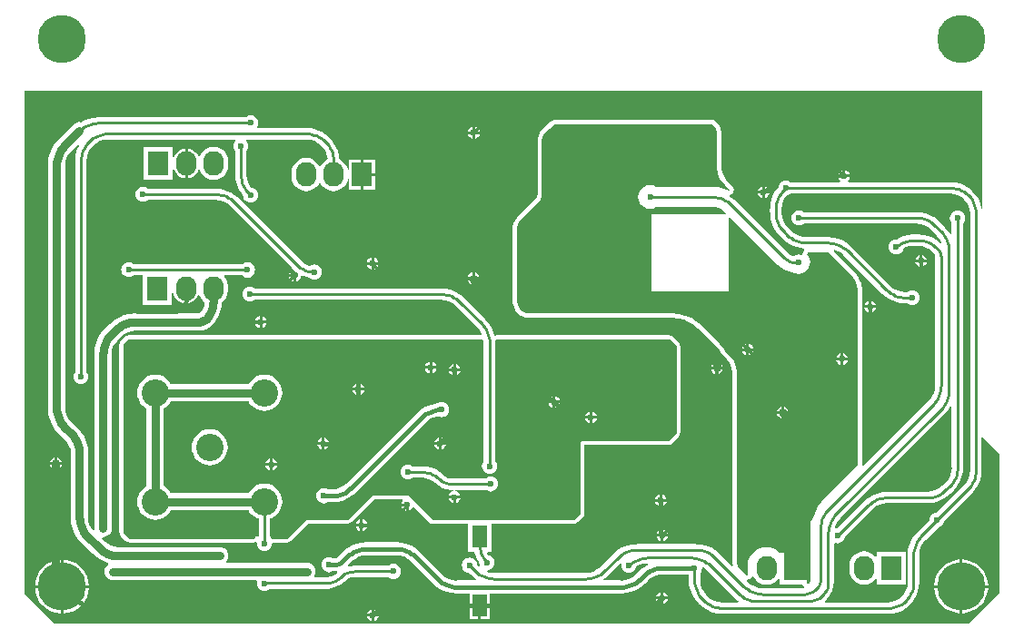
<source format=gbl>
G04*
G04 #@! TF.GenerationSoftware,Altium Limited,Altium Designer,20.2.7 (254)*
G04*
G04 Layer_Physical_Order=2*
G04 Layer_Color=16711680*
%FSLAX25Y25*%
%MOIN*%
G70*
G04*
G04 #@! TF.SameCoordinates,2A94134D-DB51-4003-A73D-B3C5D03A2459*
G04*
G04*
G04 #@! TF.FilePolarity,Positive*
G04*
G01*
G75*
%ADD12C,0.01000*%
%ADD53C,0.03150*%
%ADD54C,0.01575*%
%ADD79C,0.17717*%
%ADD80O,0.07500X0.09000*%
%ADD81R,0.07500X0.09000*%
%ADD82C,0.10039*%
%ADD83C,0.02756*%
%ADD84C,0.02362*%
%ADD85R,0.05512X0.07874*%
G36*
X458248Y370925D02*
X458440Y370733D01*
X458741Y370282D01*
X458949Y369780D01*
X459055Y369248D01*
Y356583D01*
X459103Y355603D01*
X459486Y353680D01*
X460236Y351869D01*
X461325Y350239D01*
X461984Y349512D01*
X463736Y347760D01*
X463453Y347336D01*
X461703Y348061D01*
X459614Y348563D01*
X457472Y348731D01*
Y348721D01*
X436962D01*
X436830Y348822D01*
X435776Y349259D01*
X434646Y349408D01*
X433515Y349259D01*
X432462Y348822D01*
X431557Y348128D01*
X430863Y347223D01*
X430426Y346170D01*
X430278Y345039D01*
X430426Y343909D01*
X430863Y342855D01*
X431557Y341951D01*
X432462Y341256D01*
X433515Y340820D01*
X434646Y340671D01*
X435776Y340820D01*
X436830Y341256D01*
X436962Y341358D01*
X457472D01*
X457524Y341365D01*
X458707Y341249D01*
X459895Y340888D01*
X460989Y340303D01*
X461908Y339549D01*
X461940Y339508D01*
X462309Y339139D01*
X462117Y338677D01*
X435227D01*
X435148Y338598D01*
Y310370D01*
X463416Y310291D01*
X463416Y337378D01*
X463878Y337570D01*
X481334Y320114D01*
X481325Y320105D01*
X482720Y318960D01*
X484311Y318109D01*
X486038Y317585D01*
X486551Y317535D01*
X486832Y317319D01*
X487885Y316883D01*
X489016Y316734D01*
X490146Y316883D01*
X491200Y317319D01*
X492104Y318014D01*
X492799Y318918D01*
X493235Y319972D01*
X493384Y321102D01*
X493235Y322233D01*
X492799Y323286D01*
X492215Y324047D01*
X492396Y324508D01*
X492432Y324547D01*
X499913D01*
X499965Y324554D01*
X500367Y324515D01*
X500591Y324291D01*
X508016Y316866D01*
X508016Y316866D01*
X508712Y316170D01*
X509807Y314532D01*
X510561Y312712D01*
X510945Y310780D01*
Y309795D01*
Y247331D01*
Y246584D01*
X497452Y233091D01*
X497444Y233099D01*
X496049Y231465D01*
X494927Y229633D01*
X494104Y227648D01*
X493603Y225559D01*
X493434Y223417D01*
X493445D01*
Y205093D01*
X493451Y205047D01*
X493335Y204164D01*
X492976Y203298D01*
X492720Y202964D01*
X492210Y202993D01*
X492062Y203303D01*
Y204488D01*
X486206D01*
X485998Y204530D01*
X485802Y204611D01*
X485626Y204728D01*
X485551Y204803D01*
X485188Y205167D01*
Y205167D01*
X484844Y205511D01*
X484303Y206320D01*
X483930Y207220D01*
X483740Y208175D01*
Y208661D01*
Y214303D01*
X482562D01*
X482148Y214510D01*
X481164Y215318D01*
X479965Y215959D01*
X478665Y216353D01*
X477312Y216486D01*
X475960Y216353D01*
X474659Y215959D01*
X473460Y215318D01*
X472410Y214456D01*
X471548Y213405D01*
X470907Y212207D01*
X470512Y210906D01*
X470379Y209553D01*
Y208053D01*
X470512Y206701D01*
X470616Y206360D01*
X470174Y206095D01*
X466760Y209509D01*
X466496Y210834D01*
Y211819D01*
Y279952D01*
X466448Y280932D01*
X466066Y282855D01*
X465315Y284666D01*
X464226Y286296D01*
X463567Y287023D01*
X462240Y288351D01*
X461458Y289626D01*
X460203Y291096D01*
X460179Y291127D01*
X453385Y297921D01*
X453388Y297924D01*
X451626Y299429D01*
X449650Y300640D01*
X447509Y301527D01*
X445255Y302068D01*
X442944Y302250D01*
Y302245D01*
X430736D01*
Y302245D01*
X430736Y302245D01*
X429915D01*
D01*
D01*
X390363D01*
X390226Y302228D01*
X388999Y302389D01*
X387727Y302916D01*
X387121Y303381D01*
X386738Y303954D01*
X386161Y305348D01*
X385866Y306828D01*
Y307583D01*
Y333167D01*
Y333696D01*
X386073Y334735D01*
X386478Y335713D01*
X387067Y336594D01*
X387441Y336968D01*
X393641Y343168D01*
X393929Y343486D01*
X393962Y343535D01*
X394405Y344199D01*
X394733Y344991D01*
X394900Y345831D01*
X394921Y346260D01*
Y364991D01*
Y365574D01*
X395148Y366716D01*
X395594Y367793D01*
X396242Y368761D01*
X397662Y370181D01*
X397662Y370181D01*
Y370181D01*
X398358Y370878D01*
X399666Y371752D01*
X408463D01*
D01*
D01*
X412482D01*
D01*
D01*
X457421D01*
X458248Y370925D01*
D02*
G37*
G36*
X556602Y340797D02*
X556102Y340777D01*
X556101Y340783D01*
X555674Y342562D01*
X554974Y344251D01*
X554019Y345811D01*
X552857Y347171D01*
X552834Y347204D01*
X552795Y347231D01*
X551474Y348359D01*
X549952Y349292D01*
X548303Y349975D01*
X546568Y350391D01*
X544836Y350528D01*
X544789Y350537D01*
X507312D01*
X507160Y351037D01*
X507320Y351144D01*
X507803Y351866D01*
X507872Y352217D01*
X503624D01*
X503693Y351866D01*
X504176Y351144D01*
X504336Y351037D01*
X504184Y350537D01*
X486183D01*
X485803Y350829D01*
X485133Y351107D01*
X484413Y351201D01*
X483694Y351107D01*
X483023Y350829D01*
X482447Y350387D01*
X482006Y349811D01*
X481728Y349141D01*
X481651Y348556D01*
X480949Y347734D01*
X479956Y346113D01*
X479229Y344357D01*
X478785Y342509D01*
X478638Y340642D01*
X478633Y340614D01*
Y339418D01*
X478638Y339390D01*
X478785Y337523D01*
X479229Y335675D01*
X479956Y333919D01*
X480949Y332298D01*
X482165Y330874D01*
X482181Y330851D01*
X483370Y329661D01*
X483394Y329646D01*
X484818Y328429D01*
X486439Y327436D01*
X488195Y326709D01*
X490043Y326265D01*
X491140Y326179D01*
X491297Y325683D01*
X491278Y325654D01*
X491251Y325634D01*
X491214Y325595D01*
X491061Y325343D01*
X490902Y325095D01*
X490721Y324635D01*
X490686Y324442D01*
X490623Y324257D01*
X490631Y324137D01*
X490609Y324018D01*
X490626Y323943D01*
X490419Y323723D01*
X490164Y323610D01*
X489735Y323787D01*
X489016Y323882D01*
X488296Y323787D01*
X487626Y323510D01*
X487310Y323267D01*
X486950Y323314D01*
X486126Y323656D01*
X485467Y324161D01*
X485433Y324212D01*
X466039Y343606D01*
X466016Y343622D01*
X464591Y344838D01*
X463846Y345295D01*
X463842Y345322D01*
X463906Y345777D01*
X463935Y345827D01*
X464067Y345853D01*
X464198Y345941D01*
X464345Y346001D01*
X464456Y346113D01*
X464588Y346201D01*
X464676Y346333D01*
X464788Y346444D01*
X465071Y346868D01*
X465131Y347014D01*
X465219Y347146D01*
X465250Y347301D01*
X465311Y347447D01*
Y347605D01*
X465341Y347760D01*
X465311Y347915D01*
Y348074D01*
X465250Y348220D01*
X465219Y348375D01*
X465131Y348506D01*
X465071Y348652D01*
X464959Y348764D01*
X464871Y348896D01*
X463147Y350620D01*
X462594Y351230D01*
X461659Y352630D01*
X461030Y354149D01*
X460701Y355800D01*
X460661Y356623D01*
Y369248D01*
X460630Y369403D01*
Y369561D01*
X460524Y370094D01*
X460463Y370240D01*
X460433Y370395D01*
X460225Y370897D01*
X460137Y371028D01*
X460077Y371174D01*
X459775Y371625D01*
X459663Y371737D01*
X459575Y371869D01*
X459383Y372061D01*
X459383Y372061D01*
X458557Y372887D01*
X458557Y372887D01*
X458036Y373235D01*
X457421Y373358D01*
X457421Y373358D01*
X412482D01*
X412482Y373358D01*
X412482Y373358D01*
X399666D01*
X399511Y373327D01*
X399353D01*
X399207Y373266D01*
X399052Y373235D01*
X398920Y373148D01*
X398774Y373087D01*
X397466Y372213D01*
X397354Y372101D01*
X397223Y372013D01*
X395106Y369897D01*
X395018Y369765D01*
X394907Y369653D01*
X394259Y368685D01*
X394199Y368539D01*
X394111Y368407D01*
X393665Y367331D01*
X393634Y367176D01*
X393574Y367030D01*
X393347Y365887D01*
Y365729D01*
X393316Y365574D01*
Y364991D01*
Y346299D01*
X393302Y346028D01*
X393189Y345459D01*
X392982Y344959D01*
X392659Y344477D01*
X392477Y344276D01*
X386306Y338104D01*
X385931Y337729D01*
X385843Y337598D01*
X385731Y337486D01*
X385143Y336606D01*
X385083Y336459D01*
X384995Y336328D01*
X384589Y335349D01*
X384559Y335194D01*
X384498Y335048D01*
X384291Y334009D01*
Y333851D01*
X384261Y333696D01*
Y333167D01*
Y307583D01*
Y306828D01*
X384291Y306673D01*
Y306515D01*
X384586Y305035D01*
X384646Y304889D01*
X384677Y304734D01*
X385255Y303339D01*
X385343Y303208D01*
X385403Y303062D01*
X385786Y302489D01*
X385971Y302304D01*
X386143Y302107D01*
X386750Y301642D01*
X386938Y301549D01*
X387113Y301432D01*
X388384Y300906D01*
X388590Y300865D01*
X388789Y300797D01*
X390017Y300636D01*
X390226Y300649D01*
X390358Y300641D01*
X390363Y300640D01*
X390372D01*
X390436Y300636D01*
X390468Y300640D01*
X442942D01*
X445003Y300478D01*
X447011Y299996D01*
X448919Y299205D01*
X450679Y298127D01*
X452252Y296784D01*
X458982Y290054D01*
X458982Y290053D01*
X460155Y288679D01*
X460871Y287512D01*
X460999Y287373D01*
X461104Y287216D01*
X462404Y285916D01*
X462957Y285306D01*
X463892Y283906D01*
X464522Y282387D01*
X464850Y280735D01*
X464890Y279913D01*
Y211819D01*
Y210834D01*
X464921Y210679D01*
Y210521D01*
X465090Y209671D01*
X464629Y209425D01*
X460055Y214000D01*
X460031Y214016D01*
X458607Y215232D01*
X456987Y216225D01*
X455231Y216952D01*
X453382Y217396D01*
X451515Y217543D01*
X451488Y217548D01*
X429733D01*
X429705Y217543D01*
X427838Y217396D01*
X425990Y216952D01*
X424234Y216225D01*
X422613Y215232D01*
X421189Y214016D01*
X421166Y214000D01*
X416433Y209267D01*
X416378Y209185D01*
X415254Y208263D01*
X413886Y207532D01*
X412402Y207081D01*
X410955Y206939D01*
X410858Y206958D01*
X377478D01*
X377381Y206939D01*
X375934Y207081D01*
X374795Y207427D01*
X374714Y207566D01*
X374714Y207580D01*
X374991Y208082D01*
X375444Y208142D01*
X376114Y208419D01*
X376690Y208861D01*
X377132Y209437D01*
X377409Y210107D01*
X377504Y210827D01*
X377409Y211546D01*
X377132Y212217D01*
X376690Y212792D01*
X376114Y213234D01*
X375444Y213512D01*
X375251Y213537D01*
X374863Y214264D01*
X375149Y214764D01*
X376453D01*
Y224954D01*
X406378D01*
X407300Y225137D01*
X408081Y225659D01*
X409813Y227391D01*
X410335Y228173D01*
X410519Y229095D01*
Y253930D01*
X441063D01*
X441985Y254113D01*
X442766Y254636D01*
X445089Y256958D01*
X445611Y257740D01*
X445794Y258661D01*
Y276024D01*
X445716Y276419D01*
Y290118D01*
X445532Y291040D01*
X445010Y291821D01*
X443238Y293593D01*
X442457Y294115D01*
X441535Y294298D01*
X378632D01*
X377710Y294115D01*
X377490Y294201D01*
X377235Y295263D01*
X376507Y297019D01*
X375514Y298640D01*
X374298Y300064D01*
X374282Y300087D01*
X366433Y307937D01*
X366409Y307953D01*
X364985Y309169D01*
X363365Y310162D01*
X361609Y310889D01*
X359760Y311333D01*
X357893Y311480D01*
X357866Y311486D01*
X289644D01*
X289264Y311777D01*
X288593Y312055D01*
X287874Y312150D01*
X287155Y312055D01*
X286484Y311777D01*
X285909Y311336D01*
X285467Y310760D01*
X285189Y310089D01*
X285094Y309370D01*
X285189Y308651D01*
X285467Y307980D01*
X285909Y307405D01*
X286484Y306963D01*
X287155Y306685D01*
X287874Y306590D01*
X288593Y306685D01*
X289264Y306963D01*
X289644Y307255D01*
X357866D01*
X357962Y307274D01*
X359409Y307131D01*
X360894Y306681D01*
X362262Y305950D01*
X363386Y305027D01*
X363441Y304945D01*
X371291Y297096D01*
X371373Y297041D01*
X372295Y295917D01*
X372941Y294709D01*
X372655Y294256D01*
X372441Y294298D01*
X243543D01*
X242622Y294115D01*
X241840Y293593D01*
X240541Y292294D01*
X240019Y291512D01*
X239836Y290591D01*
Y222165D01*
X240019Y221244D01*
X240541Y220462D01*
X242234Y218769D01*
X243015Y218247D01*
X243937Y218064D01*
X288819D01*
X289741Y218247D01*
X289954Y218390D01*
X290420Y218100D01*
X290370Y217717D01*
X290465Y216997D01*
X290742Y216327D01*
X291184Y215751D01*
X291760Y215309D01*
X292430Y215032D01*
X293150Y214937D01*
X293869Y215032D01*
X294539Y215309D01*
X295115Y215751D01*
X295557Y216327D01*
X295835Y216997D01*
X295912Y217587D01*
X295966Y217745D01*
X296388Y218064D01*
X301102D01*
X302024Y218247D01*
X302805Y218769D01*
X309068Y225032D01*
X323425D01*
X324347Y225216D01*
X325128Y225738D01*
X333320Y233930D01*
X343772D01*
X343942Y233430D01*
X343531Y232814D01*
X343461Y232463D01*
X345585D01*
Y231963D01*
X346085D01*
Y229839D01*
X346436Y229908D01*
X347158Y230391D01*
X347517Y230929D01*
X348099Y231054D01*
X353494Y225659D01*
X354275Y225137D01*
X355197Y224954D01*
X367792D01*
Y214764D01*
X370299D01*
X370552Y213711D01*
X371212Y212118D01*
X371955Y210905D01*
X371945Y210827D01*
X372039Y210107D01*
X372230Y209647D01*
X371806Y209364D01*
X371083Y210087D01*
X371021Y210562D01*
X370743Y211232D01*
X370301Y211808D01*
X369726Y212250D01*
X369055Y212527D01*
X368336Y212622D01*
X367616Y212527D01*
X366946Y212250D01*
X366370Y211808D01*
X365929Y211232D01*
X365651Y210562D01*
X365556Y209842D01*
X365651Y209123D01*
X365929Y208453D01*
X366370Y207877D01*
X366946Y207435D01*
X367616Y207158D01*
X368092Y207095D01*
X368911Y206276D01*
X368934Y206260D01*
X370358Y205044D01*
X370918Y204701D01*
X370782Y204220D01*
X363749D01*
X363637Y204197D01*
X362261Y204333D01*
X360831Y204767D01*
X359512Y205471D01*
X358443Y206349D01*
X358380Y206443D01*
X350183Y214640D01*
X350126Y214678D01*
X348698Y215898D01*
X347039Y216915D01*
X345241Y217660D01*
X343349Y218114D01*
X341476Y218261D01*
X341409Y218275D01*
X330599D01*
X330532Y218261D01*
X328659Y218114D01*
X326767Y217660D01*
X324969Y216915D01*
X323310Y215898D01*
X321882Y214678D01*
X321825Y214640D01*
X320226Y213042D01*
X320167Y212954D01*
X319497Y212506D01*
X318706Y212349D01*
X318602Y212369D01*
X318230D01*
X317563Y212646D01*
X316843Y212740D01*
X316124Y212646D01*
X315453Y212368D01*
X314878Y211926D01*
X314436Y211350D01*
X314158Y210680D01*
X314064Y209961D01*
X314158Y209241D01*
X314436Y208571D01*
X314878Y207995D01*
X315453Y207553D01*
X316124Y207276D01*
X316843Y207181D01*
X317563Y207276D01*
X318230Y207552D01*
X318602D01*
X318723Y207576D01*
X319737Y207676D01*
X319937Y207193D01*
X319524Y206854D01*
X319524Y206854D01*
X319159Y206527D01*
X318535Y206047D01*
X317351Y205557D01*
X316180Y205403D01*
X316081Y205422D01*
X311650D01*
X311429Y205871D01*
X311475Y205931D01*
X311792Y206698D01*
X311901Y207520D01*
X311792Y208342D01*
X311475Y209108D01*
X310970Y209766D01*
X310312Y210271D01*
X309546Y210588D01*
X308724Y210697D01*
X279299D01*
X279117Y211196D01*
X279523Y211725D01*
X279840Y212492D01*
X279948Y213314D01*
X279840Y214136D01*
X279523Y214902D01*
X279018Y215560D01*
X278360Y216065D01*
X277594Y216382D01*
X276772Y216491D01*
X239450D01*
X239406Y216485D01*
X238117Y216612D01*
X236835Y217001D01*
X235654Y217632D01*
X234652Y218454D01*
X234626Y218489D01*
X233421Y219694D01*
X233654Y220167D01*
X233937Y220130D01*
X234759Y220239D01*
X235525Y220556D01*
X236183Y221061D01*
X236688Y221719D01*
X237005Y222485D01*
X237114Y223307D01*
Y287393D01*
X237108Y287437D01*
X237235Y288726D01*
X237624Y290008D01*
X238255Y291190D01*
X239077Y292191D01*
X239112Y292218D01*
X240813Y293919D01*
X240840Y293954D01*
X241842Y294776D01*
X243023Y295408D01*
X244305Y295796D01*
X245594Y295923D01*
X245638Y295918D01*
X269032D01*
Y295911D01*
X270387Y296045D01*
X271690Y296440D01*
X272891Y297082D01*
X273944Y297946D01*
X273947Y297943D01*
X275188Y299396D01*
X276186Y301026D01*
X276918Y302792D01*
X277364Y304650D01*
X277508Y306475D01*
X278124Y306948D01*
X278978Y308061D01*
X279515Y309356D01*
X279697Y310746D01*
Y312246D01*
X279515Y313636D01*
X278978Y314931D01*
X278364Y315731D01*
X278611Y316231D01*
X285002D01*
X285549Y315811D01*
X286220Y315534D01*
X286939Y315439D01*
X287658Y315534D01*
X288329Y315811D01*
X288905Y316253D01*
X289346Y316829D01*
X289624Y317499D01*
X289719Y318218D01*
X289624Y318938D01*
X289346Y319608D01*
X288905Y320184D01*
X288329Y320626D01*
X287658Y320903D01*
X286939Y320998D01*
X286220Y320903D01*
X285549Y320626D01*
X285336Y320462D01*
X245128D01*
X244748Y320754D01*
X244078Y321031D01*
X243358Y321126D01*
X242639Y321031D01*
X241968Y320754D01*
X241393Y320312D01*
X240951Y319736D01*
X240673Y319066D01*
X240579Y318347D01*
X240673Y317627D01*
X240951Y316957D01*
X241393Y316381D01*
X241968Y315939D01*
X242639Y315662D01*
X243358Y315567D01*
X244078Y315662D01*
X244748Y315939D01*
X245128Y316231D01*
X248502D01*
Y305421D01*
X259152D01*
Y309834D01*
X259652Y309866D01*
X259699Y309506D01*
X260178Y308351D01*
X260939Y307358D01*
X261931Y306597D01*
X263087Y306118D01*
X263827Y306021D01*
Y311496D01*
X264827D01*
Y306021D01*
X265567Y306118D01*
X266722Y306597D01*
X267715Y307358D01*
X268476Y308351D01*
X268745Y309000D01*
X269286D01*
X269676Y308061D01*
X270529Y306948D01*
X271162Y306463D01*
X271164Y306452D01*
X270978Y305043D01*
X270394Y303634D01*
X269529Y302506D01*
X269447Y302443D01*
X269420Y302409D01*
X269075Y302266D01*
X269032Y302271D01*
X245638D01*
Y302285D01*
X243575Y302122D01*
X241562Y301639D01*
X239650Y300847D01*
X237885Y299766D01*
X236311Y298421D01*
X236321Y298412D01*
X234620Y296711D01*
X234610Y296720D01*
X233266Y295146D01*
X232184Y293382D01*
X231392Y291469D01*
X230909Y289457D01*
X230747Y287393D01*
X230760D01*
Y223307D01*
X230798Y223020D01*
X230783Y223005D01*
X230322Y222805D01*
X229594Y223692D01*
X228962Y224874D01*
X228574Y226155D01*
X228447Y227445D01*
X228452Y227489D01*
Y235197D01*
Y250897D01*
X228466D01*
X228304Y252961D01*
X227820Y254973D01*
X227028Y256886D01*
X225947Y258650D01*
X224603Y260224D01*
X224593Y260215D01*
X222065Y262743D01*
X222030Y262770D01*
X221208Y263771D01*
X220577Y264952D01*
X220188Y266234D01*
X220061Y267524D01*
X220066Y267567D01*
Y356842D01*
X220061Y356886D01*
X220188Y358175D01*
X220577Y359457D01*
X221208Y360638D01*
X222030Y361640D01*
X222065Y361667D01*
X224796Y364398D01*
X225191Y364086D01*
X224995Y363767D01*
X224268Y362011D01*
X223824Y360162D01*
X223677Y358295D01*
X223672Y358268D01*
Y280786D01*
X223380Y280406D01*
X223102Y279735D01*
X223008Y279016D01*
X223102Y278296D01*
X223380Y277626D01*
X223822Y277050D01*
X224398Y276608D01*
X225068Y276331D01*
X225787Y276236D01*
X226507Y276331D01*
X227177Y276608D01*
X227753Y277050D01*
X228195Y277626D01*
X228472Y278296D01*
X228567Y279016D01*
X228472Y279735D01*
X228195Y280406D01*
X227903Y280786D01*
Y358268D01*
X227884Y358364D01*
X228026Y359811D01*
X228477Y361296D01*
X229208Y362664D01*
X230192Y363863D01*
X231391Y364847D01*
X232759Y365579D01*
X234244Y366029D01*
X235691Y366172D01*
X235787Y366152D01*
X282386D01*
X282556Y365652D01*
X282523Y365627D01*
X282081Y365051D01*
X281803Y364381D01*
X281709Y363661D01*
X281803Y362942D01*
X282081Y362272D01*
X282373Y361891D01*
Y353355D01*
X282378Y353327D01*
X282525Y351460D01*
X282969Y349612D01*
X283696Y347856D01*
X284689Y346235D01*
X285266Y345560D01*
X285347Y344950D01*
X285624Y344279D01*
X286066Y343704D01*
X286642Y343262D01*
X287312Y342984D01*
X288032Y342890D01*
X288751Y342984D01*
X289421Y343262D01*
X289997Y343704D01*
X290439Y344279D01*
X290717Y344950D01*
X290811Y345669D01*
X290717Y346389D01*
X290439Y347059D01*
X289997Y347635D01*
X289421Y348077D01*
X288751Y348354D01*
X288362Y348405D01*
X287909Y348958D01*
X287177Y350326D01*
X286727Y351811D01*
X286584Y353258D01*
X286604Y353355D01*
Y361891D01*
X286895Y362272D01*
X287173Y362942D01*
X287268Y363661D01*
X287173Y364381D01*
X286895Y365051D01*
X286454Y365627D01*
X286421Y365652D01*
X286591Y366152D01*
X308465D01*
X308561Y366172D01*
X310008Y366029D01*
X311493Y365579D01*
X312861Y364847D01*
X314060Y363863D01*
X315044Y362664D01*
X315775Y361296D01*
X316226Y359811D01*
X316313Y358929D01*
X315779Y358708D01*
X314667Y357855D01*
X313813Y356743D01*
X313715Y356504D01*
X313215D01*
X313116Y356743D01*
X312262Y357855D01*
X311150Y358708D01*
X309855Y359245D01*
X308465Y359428D01*
X307074Y359245D01*
X305779Y358708D01*
X304667Y357855D01*
X303813Y356743D01*
X303277Y355447D01*
X303094Y354057D01*
Y352557D01*
X303277Y351167D01*
X303813Y349872D01*
X304667Y348759D01*
X305779Y347906D01*
X307074Y347369D01*
X308465Y347186D01*
X309855Y347369D01*
X311150Y347906D01*
X312262Y348759D01*
X313116Y349872D01*
X313215Y350110D01*
X313715D01*
X313813Y349872D01*
X314667Y348759D01*
X315779Y347906D01*
X317074Y347369D01*
X318465Y347186D01*
X319855Y347369D01*
X321150Y347906D01*
X322262Y348759D01*
X323116Y349872D01*
X323652Y351167D01*
X323715Y351640D01*
X324215Y351607D01*
Y347807D01*
X328465D01*
Y353307D01*
Y358807D01*
X324215D01*
Y355007D01*
X323715Y354974D01*
X323652Y355447D01*
X323116Y356743D01*
X322262Y357855D01*
X321150Y358708D01*
X320522Y358969D01*
X320428Y360162D01*
X319984Y362011D01*
X319257Y363767D01*
X318264Y365387D01*
X317029Y366832D01*
X315584Y368067D01*
X313998Y369038D01*
X313963Y369060D01*
X313874Y369097D01*
X313844Y369117D01*
X313808Y369124D01*
X312207Y369787D01*
X310359Y370231D01*
X308492Y370378D01*
X308465Y370383D01*
X290721D01*
X290500Y370832D01*
X290517Y370854D01*
X290795Y371525D01*
X290890Y372244D01*
X290795Y372964D01*
X290517Y373634D01*
X290076Y374210D01*
X289500Y374651D01*
X288830Y374929D01*
X288110Y375024D01*
X287391Y374929D01*
X286720Y374651D01*
X286340Y374359D01*
X232214D01*
X232182Y374353D01*
X230349Y374209D01*
X228529Y373772D01*
X226801Y373056D01*
X225847Y372472D01*
X225276Y372547D01*
X224453Y372439D01*
X223687Y372121D01*
X223029Y371616D01*
X217572Y366160D01*
X217563Y366169D01*
X216219Y364595D01*
X215137Y362830D01*
X214345Y360918D01*
X213862Y358906D01*
X213700Y356842D01*
X213713D01*
Y267567D01*
X213700D01*
X213862Y265504D01*
X214345Y263491D01*
X215137Y261579D01*
X216219Y259814D01*
X217563Y258240D01*
X217572Y258250D01*
X220100Y255722D01*
X220135Y255695D01*
X220957Y254694D01*
X221589Y253512D01*
X221978Y252230D01*
X222105Y250941D01*
X222099Y250897D01*
Y235197D01*
Y227489D01*
X222085D01*
X222248Y225425D01*
X222731Y223413D01*
X223523Y221500D01*
X224604Y219736D01*
X225949Y218162D01*
X225958Y218171D01*
X230133Y213997D01*
X230123Y213987D01*
X231697Y212643D01*
X233462Y211561D01*
X235374Y210769D01*
X235728Y210684D01*
X235813Y210150D01*
X235313Y209766D01*
X234808Y209108D01*
X234490Y208342D01*
X234382Y207520D01*
X234490Y206698D01*
X234808Y205931D01*
X235313Y205273D01*
X235971Y204768D01*
X236737Y204451D01*
X237559Y204343D01*
X290155D01*
X290354Y204045D01*
X290417Y203843D01*
X290331Y203189D01*
X290425Y202470D01*
X290703Y201799D01*
X291145Y201223D01*
X291720Y200782D01*
X292391Y200504D01*
X293110Y200409D01*
X293830Y200504D01*
X294500Y200782D01*
X295034Y201192D01*
X316081D01*
Y201188D01*
X317858Y201363D01*
X319567Y201882D01*
X321142Y202724D01*
X322522Y203856D01*
X322522Y203856D01*
X322885Y204186D01*
X323622Y204751D01*
X324936Y205295D01*
X326234Y205466D01*
X326346Y205444D01*
X338663D01*
X339043Y205152D01*
X339714Y204874D01*
X340433Y204779D01*
X341153Y204874D01*
X341823Y205152D01*
X342399Y205593D01*
X342840Y206169D01*
X343118Y206840D01*
X343213Y207559D01*
X343118Y208278D01*
X342840Y208949D01*
X342399Y209525D01*
X341823Y209966D01*
X341153Y210244D01*
X340433Y210339D01*
X339714Y210244D01*
X339043Y209966D01*
X338663Y209675D01*
X326346D01*
Y209680D01*
X324464Y209495D01*
X324083Y209379D01*
X323818Y209822D01*
X325231Y211234D01*
X325294Y211328D01*
X326363Y212206D01*
X327681Y212910D01*
X329111Y213344D01*
X330488Y213480D01*
X330599Y213458D01*
X341409D01*
X341520Y213480D01*
X342897Y213344D01*
X344327Y212910D01*
X345645Y212206D01*
X346714Y211328D01*
X346777Y211234D01*
X354974Y203037D01*
X355031Y202999D01*
X356460Y201779D01*
X358119Y200762D01*
X359916Y200017D01*
X361809Y199563D01*
X363682Y199416D01*
X363749Y199402D01*
X368367D01*
Y195579D01*
X372123D01*
X375879D01*
Y199402D01*
X423929D01*
X423996Y199416D01*
X425869Y199563D01*
X427761Y200017D01*
X429558Y200762D01*
X431217Y201779D01*
X432646Y202999D01*
X432703Y203037D01*
X433813Y204148D01*
X433876Y204242D01*
X434946Y205119D01*
X436264Y205824D01*
X437694Y206258D01*
X439071Y206393D01*
X439182Y206371D01*
X448790D01*
Y204418D01*
X448796Y204390D01*
X448943Y202523D01*
X449386Y200675D01*
X450113Y198919D01*
X451107Y197298D01*
X452323Y195874D01*
X452339Y195851D01*
X452701Y195488D01*
X452725Y195473D01*
X454149Y194256D01*
X455769Y193263D01*
X457525Y192536D01*
X459373Y192092D01*
X461241Y191945D01*
X461268Y191940D01*
X521744D01*
X521785Y191948D01*
X523557Y192087D01*
X525325Y192512D01*
X527004Y193208D01*
X528555Y194158D01*
X529906Y195312D01*
X529941Y195335D01*
X529964Y195370D01*
X531118Y196721D01*
X532068Y198271D01*
X532764Y199951D01*
X533188Y201719D01*
X533328Y203491D01*
X533336Y203532D01*
Y213509D01*
X533317Y213606D01*
X533459Y215053D01*
X533910Y216538D01*
X534641Y217906D01*
X535563Y219030D01*
X535645Y219085D01*
X540099Y223539D01*
X540575Y223601D01*
X541245Y223879D01*
X541821Y224321D01*
X542262Y224897D01*
X542540Y225567D01*
X542603Y226042D01*
X552701Y236140D01*
X552716Y236164D01*
X553933Y237588D01*
X554926Y239208D01*
X555653Y240964D01*
X556097Y242812D01*
X556244Y244680D01*
X556249Y244707D01*
Y256697D01*
X556749Y256833D01*
X562795Y250748D01*
X562756Y199252D01*
X551535Y188307D01*
X216063Y188347D01*
X205079Y199134D01*
Y384095D01*
X556575D01*
X556602Y340797D01*
D02*
G37*
G36*
X443307Y290118D02*
Y258740D01*
X443386Y258661D01*
X441063Y256339D01*
X409033D01*
X408110Y255416D01*
Y229095D01*
X406378Y227362D01*
X355197D01*
X346220Y236339D01*
X332323D01*
X323425Y227441D01*
X308071D01*
X301102Y220472D01*
X295265D01*
Y226912D01*
X295646Y227028D01*
X296792Y227640D01*
X297796Y228464D01*
X298620Y229468D01*
X299232Y230614D01*
X299609Y231857D01*
X299737Y233150D01*
X299609Y234442D01*
X299232Y235685D01*
X298620Y236831D01*
X297796Y237835D01*
X296792Y238659D01*
X295646Y239272D01*
X294403Y239649D01*
X293110Y239776D01*
X291817Y239649D01*
X290574Y239272D01*
X289429Y238659D01*
X288425Y237835D01*
X287601Y236831D01*
X287331Y236326D01*
X258890D01*
X258620Y236831D01*
X257796Y237835D01*
X256792Y238659D01*
X256287Y238929D01*
Y267370D01*
X256792Y267640D01*
X257796Y268464D01*
X258620Y269468D01*
X258890Y269973D01*
X287331D01*
X287601Y269468D01*
X288425Y268464D01*
X289429Y267640D01*
X290574Y267028D01*
X291817Y266651D01*
X293110Y266523D01*
X294403Y266651D01*
X295646Y267028D01*
X296792Y267640D01*
X297796Y268464D01*
X298620Y269468D01*
X299232Y270614D01*
X299609Y271857D01*
X299737Y273150D01*
X299609Y274442D01*
X299232Y275685D01*
X298620Y276831D01*
X297796Y277835D01*
X296792Y278659D01*
X295646Y279272D01*
X294403Y279649D01*
X293110Y279776D01*
X291817Y279649D01*
X290574Y279272D01*
X289429Y278659D01*
X288425Y277835D01*
X287601Y276831D01*
X287331Y276326D01*
X258890D01*
X258620Y276831D01*
X257796Y277835D01*
X256792Y278659D01*
X255646Y279272D01*
X254403Y279649D01*
X253110Y279776D01*
X251817Y279649D01*
X250574Y279272D01*
X249429Y278659D01*
X248425Y277835D01*
X247601Y276831D01*
X246988Y275685D01*
X246611Y274442D01*
X246484Y273150D01*
X246611Y271857D01*
X246988Y270614D01*
X247601Y269468D01*
X248425Y268464D01*
X249429Y267640D01*
X249933Y267370D01*
Y238929D01*
X249429Y238659D01*
X248425Y237835D01*
X247601Y236831D01*
X246988Y235685D01*
X246611Y234442D01*
X246484Y233150D01*
X246611Y231857D01*
X246988Y230614D01*
X247601Y229468D01*
X248425Y228464D01*
X249429Y227640D01*
X250574Y227028D01*
X251817Y226651D01*
X253110Y226523D01*
X254403Y226651D01*
X255646Y227028D01*
X256792Y227640D01*
X257796Y228464D01*
X258620Y229468D01*
X258890Y229973D01*
X287331D01*
X287601Y229468D01*
X288425Y228464D01*
X289429Y227640D01*
X290574Y227028D01*
X291034Y226888D01*
Y220472D01*
X243937D01*
X242244Y222165D01*
Y290591D01*
X243543Y291890D01*
X373246D01*
X373600Y291520D01*
Y247951D01*
X373308Y247571D01*
X373030Y246901D01*
X372936Y246181D01*
X373030Y245462D01*
X373308Y244791D01*
X373750Y244216D01*
X374326Y243774D01*
X374996Y243496D01*
X375715Y243401D01*
X376435Y243496D01*
X377105Y243774D01*
X377681Y244216D01*
X378123Y244791D01*
X378400Y245462D01*
X378495Y246181D01*
X378400Y246901D01*
X378123Y247571D01*
X377831Y247951D01*
Y291520D01*
X378153Y291890D01*
X441535D01*
X443307Y290118D01*
D02*
G37*
G36*
X545294Y268109D02*
Y245882D01*
X545313Y245786D01*
X545171Y244338D01*
X544720Y242854D01*
X543989Y241486D01*
X543067Y240362D01*
X542985Y240307D01*
X541787Y239110D01*
X541733Y239028D01*
X540609Y238105D01*
X539241Y237374D01*
X537756Y236924D01*
X536309Y236781D01*
X536212Y236801D01*
X521662D01*
X521634Y236795D01*
X519767Y236648D01*
X517919Y236204D01*
X516163Y235477D01*
X514542Y234484D01*
X513118Y233267D01*
X513095Y233252D01*
X503220Y223377D01*
X502745Y223315D01*
X502366Y223699D01*
X502650Y224634D01*
X503381Y226002D01*
X504304Y227126D01*
X504385Y227181D01*
X542858Y265654D01*
X542874Y265677D01*
X544090Y267102D01*
X544794Y268250D01*
X545294Y268109D01*
D02*
G37*
G36*
X546188Y346194D02*
X547534Y345785D01*
X548774Y345123D01*
X549795Y344285D01*
X549843Y344213D01*
X549918Y344162D01*
X550789Y343102D01*
X551477Y341813D01*
X551902Y340415D01*
X552036Y339050D01*
X552018Y338960D01*
Y244707D01*
X552038Y244611D01*
X551895Y243163D01*
X551445Y241679D01*
X550713Y240311D01*
X549791Y239187D01*
X549709Y239132D01*
X539611Y229034D01*
X539136Y228971D01*
X538465Y228694D01*
X537890Y228252D01*
X537448Y227676D01*
X537170Y227006D01*
X537108Y226531D01*
X532654Y222076D01*
X532638Y222053D01*
X531422Y220629D01*
X530429Y219008D01*
X529701Y217252D01*
X529257Y215404D01*
X529110Y213537D01*
X529105Y213509D01*
Y203532D01*
X529123Y203443D01*
X528989Y202090D01*
X528569Y200705D01*
X527886Y199427D01*
X527024Y198377D01*
X526949Y198327D01*
X526899Y198252D01*
X525848Y197389D01*
X524571Y196707D01*
X523185Y196286D01*
X521832Y196153D01*
X521744Y196171D01*
X498840D01*
X498672Y196641D01*
X499373Y197217D01*
X500523Y198617D01*
X501376Y200215D01*
X501902Y201949D01*
X502080Y203751D01*
X502076D01*
Y217772D01*
X502492Y218050D01*
X502745Y217945D01*
X503465Y217850D01*
X504184Y217945D01*
X504854Y218223D01*
X505430Y218664D01*
X505872Y219240D01*
X506149Y219911D01*
X506212Y220386D01*
X516087Y230260D01*
X516141Y230342D01*
X517265Y231265D01*
X518634Y231996D01*
X520118Y232446D01*
X521565Y232589D01*
X521662Y232570D01*
X536212D01*
X536240Y232575D01*
X538107Y232722D01*
X539955Y233166D01*
X541711Y233893D01*
X543331Y234886D01*
X544756Y236103D01*
X544779Y236118D01*
X545976Y237315D01*
X545992Y237339D01*
X547208Y238763D01*
X548201Y240384D01*
X548929Y242139D01*
X549372Y243987D01*
X549519Y245855D01*
X549525Y245882D01*
Y335482D01*
X549817Y335862D01*
X550094Y336532D01*
X550189Y337252D01*
X550094Y337971D01*
X549817Y338642D01*
X549375Y339217D01*
X548799Y339659D01*
X548129Y339937D01*
X547409Y340032D01*
X546690Y339937D01*
X546020Y339659D01*
X545444Y339217D01*
X545002Y338642D01*
X544725Y337971D01*
X544630Y337252D01*
X544725Y336532D01*
X545002Y335862D01*
X545294Y335482D01*
Y331419D01*
X544794Y331278D01*
X544090Y332426D01*
X542874Y333850D01*
X542858Y333874D01*
X540750Y335982D01*
X540727Y335998D01*
X539302Y337214D01*
X537682Y338207D01*
X535926Y338934D01*
X534078Y339378D01*
X532210Y339525D01*
X532183Y339530D01*
X491062D01*
X490682Y339822D01*
X490011Y340100D01*
X489292Y340195D01*
X488572Y340100D01*
X487902Y339822D01*
X487326Y339381D01*
X486884Y338805D01*
X486607Y338134D01*
X486512Y337415D01*
X486607Y336696D01*
X486884Y336025D01*
X487326Y335450D01*
X487902Y335008D01*
X488572Y334730D01*
X489292Y334635D01*
X490011Y334730D01*
X490682Y335008D01*
X491062Y335300D01*
X532183D01*
X532280Y335319D01*
X533727Y335176D01*
X535211Y334726D01*
X536579Y333995D01*
X537704Y333072D01*
X537758Y332990D01*
X539867Y330882D01*
X539949Y330827D01*
X540871Y329703D01*
X541602Y328335D01*
X541640Y328210D01*
X541204Y327925D01*
X540024Y328933D01*
X538404Y329926D01*
X536648Y330653D01*
X534800Y331097D01*
X532933Y331244D01*
X532905Y331249D01*
X530787D01*
X530715Y331235D01*
X529164Y331113D01*
X527581Y330733D01*
X526077Y330110D01*
X525017Y329460D01*
X524921Y329473D01*
X524202Y329378D01*
X523531Y329100D01*
X522956Y328658D01*
X522514Y328083D01*
X522236Y327412D01*
X522142Y326693D01*
X522236Y325974D01*
X522514Y325303D01*
X522956Y324727D01*
X523531Y324286D01*
X524202Y324008D01*
X524921Y323913D01*
X525641Y324008D01*
X526311Y324286D01*
X526887Y324727D01*
X527328Y325303D01*
X527606Y325974D01*
X527629Y326143D01*
X528425Y326569D01*
X529583Y326920D01*
X530719Y327032D01*
X530787Y327018D01*
X532905D01*
X533002Y327038D01*
X534449Y326895D01*
X535933Y326445D01*
X537301Y325713D01*
X538426Y324791D01*
X538480Y324709D01*
X538566Y324652D01*
X539067Y323902D01*
X539243Y323017D01*
X539223Y322916D01*
Y275914D01*
X539242Y275817D01*
X539100Y274370D01*
X538650Y272885D01*
X537918Y271517D01*
X536996Y270393D01*
X536914Y270339D01*
X513036Y246461D01*
X512787Y246524D01*
X512550Y246682D01*
Y247331D01*
Y309795D01*
Y310780D01*
X512520Y310935D01*
Y311093D01*
X512135Y313025D01*
X512075Y313171D01*
X512044Y313326D01*
X511290Y315146D01*
X511202Y315278D01*
X511142Y315424D01*
X510047Y317061D01*
X509936Y317173D01*
X509848Y317305D01*
X509151Y318001D01*
X509151Y318001D01*
X509151Y318001D01*
X502118Y325035D01*
X502173Y325687D01*
X502258Y325747D01*
X502941Y325539D01*
X504309Y324808D01*
X505433Y323885D01*
X505488Y323804D01*
X519788Y309504D01*
X519812Y309488D01*
X521236Y308272D01*
X522856Y307278D01*
X524612Y306551D01*
X526460Y306107D01*
X528328Y305960D01*
X528355Y305955D01*
X528956D01*
X529336Y305663D01*
X530007Y305385D01*
X530726Y305291D01*
X531446Y305385D01*
X532116Y305663D01*
X532692Y306105D01*
X533133Y306681D01*
X533411Y307351D01*
X533506Y308070D01*
X533411Y308790D01*
X533133Y309460D01*
X532692Y310036D01*
X532116Y310478D01*
X531446Y310755D01*
X530726Y310850D01*
X530007Y310755D01*
X529336Y310478D01*
X528956Y310186D01*
X528355D01*
X528259Y310167D01*
X526811Y310309D01*
X525327Y310759D01*
X523959Y311491D01*
X522835Y312413D01*
X522780Y312495D01*
X508480Y326795D01*
X508457Y326811D01*
X507032Y328027D01*
X505412Y329020D01*
X503656Y329748D01*
X501808Y330191D01*
X499940Y330338D01*
X499913Y330344D01*
X491937D01*
X491841Y330325D01*
X490394Y330467D01*
X488909Y330917D01*
X487541Y331649D01*
X486417Y332571D01*
X486362Y332653D01*
X485173Y333842D01*
X485091Y333897D01*
X484168Y335021D01*
X483437Y336389D01*
X482987Y337874D01*
X482844Y339321D01*
X482864Y339418D01*
Y340614D01*
X482844Y340711D01*
X482987Y342158D01*
X483437Y343643D01*
X484168Y345011D01*
X484719Y345682D01*
X485133Y345737D01*
X485803Y346014D01*
X486183Y346306D01*
X544789D01*
X544874Y346323D01*
X546188Y346194D01*
D02*
G37*
G36*
X472558Y205615D02*
X472661Y205368D01*
X473515Y204256D01*
X474627Y203402D01*
X475922Y202866D01*
X477312Y202683D01*
X478702Y202866D01*
X479998Y203402D01*
X481110Y204256D01*
X481487Y204748D01*
X481987Y204578D01*
Y202729D01*
X490571D01*
X490579Y202689D01*
X490602Y202654D01*
X490613Y202612D01*
X490761Y202302D01*
X490897Y202120D01*
X491012Y201924D01*
X491083Y201871D01*
X491120Y201820D01*
X491102Y201705D01*
X490964Y201320D01*
X476000D01*
X475904Y201301D01*
X474457Y201444D01*
X472972Y201894D01*
X471604Y202625D01*
X470480Y203548D01*
X470425Y203629D01*
X470050Y204004D01*
X470113Y204251D01*
X470256Y204506D01*
X470290Y204513D01*
X470409Y204507D01*
X470595Y204573D01*
X470788Y204612D01*
X470887Y204678D01*
X470999Y204718D01*
X471441Y204983D01*
X471529Y205063D01*
X471634Y205119D01*
X471759Y205271D01*
X471905Y205404D01*
X471956Y205511D01*
X472032Y205603D01*
X472556Y205616D01*
X472558Y205615D01*
D02*
G37*
G36*
X424145Y210289D02*
X424071Y209724D01*
X424165Y209005D01*
X424443Y208335D01*
X424885Y207759D01*
X425460Y207317D01*
X426131Y207039D01*
X426850Y206945D01*
X427570Y207039D01*
X428240Y207317D01*
X428816Y207759D01*
X429258Y208335D01*
X429535Y209005D01*
X429566Y209239D01*
X430789Y209893D01*
X432213Y210325D01*
X433602Y210462D01*
X433694Y210444D01*
X433756D01*
X433853Y209953D01*
X433552Y209828D01*
X431893Y208812D01*
X430464Y207592D01*
X430407Y207554D01*
X429297Y206443D01*
X429234Y206349D01*
X428165Y205471D01*
X426847Y204767D01*
X425416Y204333D01*
X424040Y204197D01*
X423929Y204220D01*
X417553D01*
X417418Y204701D01*
X417977Y205044D01*
X419401Y206260D01*
X419425Y206276D01*
X423685Y210536D01*
X424145Y210289D01*
D02*
G37*
G36*
X455197Y208216D02*
X455252Y208134D01*
X465323Y198063D01*
X465347Y198047D01*
X466771Y196831D01*
X467063Y196652D01*
X466927Y196171D01*
X461268D01*
X461171Y196151D01*
X459724Y196294D01*
X458240Y196744D01*
X456872Y197476D01*
X455748Y198398D01*
X455693Y198480D01*
X455330Y198843D01*
X455248Y198897D01*
X454326Y200021D01*
X453595Y201389D01*
X453144Y202874D01*
X453002Y204321D01*
X453021Y204418D01*
Y207009D01*
X453313Y207390D01*
X453590Y208060D01*
X453685Y208780D01*
X453674Y208863D01*
X453833Y208973D01*
X454151Y209075D01*
X455197Y208216D01*
D02*
G37*
%LPC*%
G36*
X470949Y291129D02*
Y289505D01*
X472573D01*
X472503Y289856D01*
X472021Y290578D01*
X471300Y291060D01*
X470949Y291129D01*
D02*
G37*
G36*
X469949D02*
X469598Y291060D01*
X468876Y290578D01*
X468394Y289856D01*
X468324Y289505D01*
X469949D01*
Y291129D01*
D02*
G37*
G36*
X472573Y288505D02*
X470949D01*
Y286881D01*
X471300Y286950D01*
X472021Y287433D01*
X472503Y288154D01*
X472573Y288505D01*
D02*
G37*
G36*
X469949D02*
X468324D01*
X468394Y288154D01*
X468876Y287433D01*
X469598Y286950D01*
X469949Y286881D01*
Y288505D01*
D02*
G37*
G36*
X505539Y287676D02*
Y286051D01*
X507164D01*
X507094Y286402D01*
X506612Y287124D01*
X505890Y287606D01*
X505539Y287676D01*
D02*
G37*
G36*
X504539D02*
X504188Y287606D01*
X503467Y287124D01*
X502985Y286402D01*
X502915Y286051D01*
X504539D01*
Y287676D01*
D02*
G37*
G36*
X507164Y285051D02*
X505539D01*
Y283427D01*
X505890Y283497D01*
X506612Y283979D01*
X507094Y284700D01*
X507164Y285051D01*
D02*
G37*
G36*
X504539D02*
X502915D01*
X502985Y284700D01*
X503467Y283979D01*
X504188Y283497D01*
X504539Y283427D01*
Y285051D01*
D02*
G37*
G36*
X483728Y268069D02*
Y266445D01*
X485353D01*
X485283Y266796D01*
X484801Y267517D01*
X484079Y267999D01*
X483728Y268069D01*
D02*
G37*
G36*
X482728D02*
X482377Y267999D01*
X481656Y267517D01*
X481174Y266796D01*
X481104Y266445D01*
X482728D01*
Y268069D01*
D02*
G37*
G36*
X485353Y265445D02*
X483728D01*
Y263821D01*
X484079Y263890D01*
X484801Y264372D01*
X485283Y265094D01*
X485353Y265445D01*
D02*
G37*
G36*
X482728D02*
X481104D01*
X481174Y265094D01*
X481656Y264372D01*
X482377Y263890D01*
X482728Y263821D01*
Y265445D01*
D02*
G37*
G36*
X370461Y370786D02*
Y369161D01*
X372085D01*
X372015Y369512D01*
X371533Y370234D01*
X370812Y370716D01*
X370461Y370786D01*
D02*
G37*
G36*
X369461D02*
X369110Y370716D01*
X368388Y370234D01*
X367906Y369512D01*
X367836Y369161D01*
X369461D01*
Y370786D01*
D02*
G37*
G36*
X372085Y368161D02*
X370461D01*
Y366537D01*
X370812Y366607D01*
X371533Y367089D01*
X372015Y367810D01*
X372085Y368161D01*
D02*
G37*
G36*
X369461D02*
X367836D01*
X367906Y367810D01*
X368388Y367089D01*
X369110Y366607D01*
X369461Y366537D01*
Y368161D01*
D02*
G37*
G36*
X274528Y363522D02*
X273137Y363339D01*
X271842Y362803D01*
X270730Y361949D01*
X269876Y360837D01*
X269487Y359897D01*
X268946D01*
X268677Y360547D01*
X267915Y361539D01*
X266923Y362301D01*
X265768Y362779D01*
X265028Y362877D01*
Y357402D01*
Y351926D01*
X265768Y352024D01*
X266923Y352502D01*
X267915Y353264D01*
X268677Y354256D01*
X268946Y354906D01*
X269487D01*
X269876Y353966D01*
X270730Y352854D01*
X271842Y352000D01*
X273137Y351464D01*
X274528Y351281D01*
X275918Y351464D01*
X277213Y352000D01*
X278325Y352854D01*
X279179Y353966D01*
X279715Y355261D01*
X279898Y356652D01*
Y358152D01*
X279715Y359542D01*
X279179Y360837D01*
X278325Y361949D01*
X277213Y362803D01*
X275918Y363339D01*
X274528Y363522D01*
D02*
G37*
G36*
X333715Y358807D02*
X329465D01*
Y353807D01*
X333715D01*
Y358807D01*
D02*
G37*
G36*
X506248Y354841D02*
Y353217D01*
X507872D01*
X507803Y353568D01*
X507320Y354289D01*
X506599Y354771D01*
X506248Y354841D01*
D02*
G37*
G36*
X505248D02*
X504897Y354771D01*
X504176Y354289D01*
X503693Y353568D01*
X503624Y353217D01*
X505248D01*
Y354841D01*
D02*
G37*
G36*
X259352Y363476D02*
X248703D01*
Y351327D01*
X259352D01*
Y355739D01*
X259852Y355772D01*
X259900Y355412D01*
X260378Y354256D01*
X261140Y353264D01*
X262132Y352502D01*
X263288Y352024D01*
X264028Y351926D01*
Y357402D01*
Y362877D01*
X263288Y362779D01*
X262132Y362301D01*
X261140Y361539D01*
X260378Y360547D01*
X259900Y359392D01*
X259852Y359031D01*
X259352Y359064D01*
Y363476D01*
D02*
G37*
G36*
X333715Y352807D02*
X329465D01*
Y347807D01*
X333715D01*
Y352807D01*
D02*
G37*
G36*
X476721Y348896D02*
Y347272D01*
X478345D01*
X478275Y347623D01*
X477793Y348344D01*
X477072Y348826D01*
X476721Y348896D01*
D02*
G37*
G36*
X475721D02*
X475369Y348826D01*
X474648Y348344D01*
X474166Y347623D01*
X474096Y347272D01*
X475721D01*
Y348896D01*
D02*
G37*
G36*
X478345Y346272D02*
X476721D01*
Y344647D01*
X477072Y344717D01*
X477793Y345199D01*
X478275Y345921D01*
X478345Y346272D01*
D02*
G37*
G36*
X475721D02*
X474096D01*
X474166Y345921D01*
X474648Y345199D01*
X475369Y344717D01*
X475721Y344647D01*
Y346272D01*
D02*
G37*
G36*
X333335Y322794D02*
Y321169D01*
X334959D01*
X334889Y321520D01*
X334407Y322242D01*
X333686Y322724D01*
X333335Y322794D01*
D02*
G37*
G36*
X332335D02*
X331984Y322724D01*
X331262Y322242D01*
X330780Y321520D01*
X330710Y321169D01*
X332335D01*
Y322794D01*
D02*
G37*
G36*
X334959Y320169D02*
X333335D01*
Y318545D01*
X333686Y318615D01*
X334407Y319097D01*
X334889Y319818D01*
X334959Y320169D01*
D02*
G37*
G36*
X332335D02*
X330710D01*
X330780Y319818D01*
X331262Y319097D01*
X331984Y318615D01*
X332335Y318545D01*
Y320169D01*
D02*
G37*
G36*
X370303Y317321D02*
Y315697D01*
X371927D01*
X371858Y316048D01*
X371376Y316769D01*
X370654Y317251D01*
X370303Y317321D01*
D02*
G37*
G36*
X369303D02*
X368952Y317251D01*
X368231Y316769D01*
X367749Y316048D01*
X367679Y315697D01*
X369303D01*
Y317321D01*
D02*
G37*
G36*
X248622Y348803D02*
X247903Y348709D01*
X247232Y348431D01*
X246656Y347989D01*
X246215Y347413D01*
X245937Y346743D01*
X245842Y346024D01*
X245937Y345304D01*
X246215Y344634D01*
X246656Y344058D01*
X247232Y343616D01*
X247903Y343339D01*
X248622Y343244D01*
X249342Y343339D01*
X250012Y343616D01*
X250392Y343908D01*
X275149D01*
X275246Y343927D01*
X276693Y343785D01*
X278177Y343335D01*
X279546Y342603D01*
X280670Y341681D01*
X280724Y341599D01*
X303533Y318790D01*
X303378Y318238D01*
X302763Y317828D01*
X302281Y317106D01*
X302211Y316755D01*
X304335D01*
Y316255D01*
X304836D01*
Y314131D01*
X305187Y314200D01*
X305908Y314683D01*
X306390Y315404D01*
X306503Y315973D01*
X307030Y316258D01*
X307229Y316152D01*
X309089Y315588D01*
X309537Y315544D01*
X309538Y315543D01*
X310113Y315101D01*
X310784Y314824D01*
X311503Y314729D01*
X312223Y314824D01*
X312893Y315101D01*
X313469Y315543D01*
X313910Y316119D01*
X314188Y316789D01*
X314283Y317509D01*
X314188Y318228D01*
X313910Y318898D01*
X313469Y319474D01*
X312893Y319916D01*
X312223Y320193D01*
X311503Y320288D01*
X310784Y320193D01*
X310113Y319916D01*
X309891Y319745D01*
X309544Y319790D01*
X308165Y320362D01*
X307076Y321197D01*
X307008Y321298D01*
X283716Y344590D01*
X283693Y344606D01*
X282269Y345823D01*
X280648Y346816D01*
X278892Y347543D01*
X277044Y347987D01*
X275177Y348134D01*
X275149Y348139D01*
X250392D01*
X250012Y348431D01*
X249342Y348709D01*
X248622Y348803D01*
D02*
G37*
G36*
X303836Y315755D02*
X302211D01*
X302281Y315404D01*
X302763Y314683D01*
X303485Y314200D01*
X303836Y314131D01*
Y315755D01*
D02*
G37*
G36*
X371927Y314697D02*
X370303D01*
Y313072D01*
X370654Y313142D01*
X371376Y313624D01*
X371858Y314346D01*
X371927Y314697D01*
D02*
G37*
G36*
X369303D02*
X367679D01*
X367749Y314346D01*
X368231Y313624D01*
X368952Y313142D01*
X369303Y313072D01*
Y314697D01*
D02*
G37*
G36*
X292311Y301219D02*
Y299594D01*
X293935D01*
X293866Y299945D01*
X293384Y300667D01*
X292662Y301149D01*
X292311Y301219D01*
D02*
G37*
G36*
X291311D02*
X290960Y301149D01*
X290238Y300667D01*
X289756Y299945D01*
X289687Y299594D01*
X291311D01*
Y301219D01*
D02*
G37*
G36*
X293935Y298594D02*
X292311D01*
Y296970D01*
X292662Y297040D01*
X293384Y297522D01*
X293866Y298243D01*
X293935Y298594D01*
D02*
G37*
G36*
X291311D02*
X289687D01*
X289756Y298243D01*
X290238Y297522D01*
X290960Y297040D01*
X291311Y296970D01*
Y298594D01*
D02*
G37*
G36*
X459594Y284366D02*
Y282741D01*
X461219D01*
X461149Y283092D01*
X460667Y283814D01*
X459945Y284296D01*
X459594Y284366D01*
D02*
G37*
G36*
X458595D02*
X458244Y284296D01*
X457522Y283814D01*
X457040Y283092D01*
X456970Y282741D01*
X458595D01*
Y284366D01*
D02*
G37*
G36*
X461219Y281741D02*
X459594D01*
Y280117D01*
X459945Y280187D01*
X460667Y280669D01*
X461149Y281390D01*
X461219Y281741D01*
D02*
G37*
G36*
X458595D02*
X456970D01*
X457040Y281390D01*
X457522Y280669D01*
X458244Y280187D01*
X458595Y280117D01*
Y281741D01*
D02*
G37*
G36*
X217114Y249408D02*
Y247783D01*
X218739D01*
X218669Y248134D01*
X218187Y248856D01*
X217465Y249338D01*
X217114Y249408D01*
D02*
G37*
G36*
X216114D02*
X215763Y249338D01*
X215042Y248856D01*
X214560Y248134D01*
X214490Y247783D01*
X216114D01*
Y249408D01*
D02*
G37*
G36*
X218739Y246783D02*
X217114D01*
Y245159D01*
X217465Y245229D01*
X218187Y245711D01*
X218669Y246432D01*
X218739Y246783D01*
D02*
G37*
G36*
X216114D02*
X214490D01*
X214560Y246432D01*
X215042Y245711D01*
X215763Y245229D01*
X216114Y245159D01*
Y246783D01*
D02*
G37*
G36*
X439043Y235786D02*
Y234161D01*
X440668D01*
X440598Y234512D01*
X440116Y235234D01*
X439394Y235716D01*
X439043Y235786D01*
D02*
G37*
G36*
X438043D02*
X437692Y235716D01*
X436971Y235234D01*
X436489Y234512D01*
X436419Y234161D01*
X438043D01*
Y235786D01*
D02*
G37*
G36*
X440668Y233161D02*
X439043D01*
Y231537D01*
X439394Y231607D01*
X440116Y232089D01*
X440598Y232810D01*
X440668Y233161D01*
D02*
G37*
G36*
X438043D02*
X436419D01*
X436489Y232810D01*
X436971Y232089D01*
X437692Y231607D01*
X438043Y231537D01*
Y233161D01*
D02*
G37*
G36*
X345085Y231463D02*
X343461D01*
X343531Y231112D01*
X344013Y230391D01*
X344734Y229908D01*
X345085Y229839D01*
Y231463D01*
D02*
G37*
G36*
X329279Y226652D02*
Y225028D01*
X330904D01*
X330834Y225379D01*
X330352Y226100D01*
X329630Y226582D01*
X329279Y226652D01*
D02*
G37*
G36*
X328279D02*
X327928Y226582D01*
X327207Y226100D01*
X326725Y225379D01*
X326655Y225028D01*
X328279D01*
Y226652D01*
D02*
G37*
G36*
X330904Y224028D02*
X329279D01*
Y222403D01*
X329630Y222473D01*
X330352Y222955D01*
X330834Y223676D01*
X330904Y224028D01*
D02*
G37*
G36*
X328279D02*
X326655D01*
X326725Y223676D01*
X327207Y222955D01*
X327928Y222473D01*
X328279Y222403D01*
Y224028D01*
D02*
G37*
G36*
X439595Y222912D02*
Y221287D01*
X441219D01*
X441149Y221638D01*
X440667Y222360D01*
X439946Y222842D01*
X439595Y222912D01*
D02*
G37*
G36*
X438594D02*
X438243Y222842D01*
X437522Y222360D01*
X437040Y221638D01*
X436970Y221287D01*
X438594D01*
Y222912D01*
D02*
G37*
G36*
X441219Y220287D02*
X439595D01*
Y218663D01*
X439946Y218733D01*
X440667Y219215D01*
X441149Y219936D01*
X441219Y220287D01*
D02*
G37*
G36*
X438594D02*
X436970D01*
X437040Y219936D01*
X437522Y219215D01*
X438243Y218733D01*
X438594Y218663D01*
Y220287D01*
D02*
G37*
G36*
X549279Y211897D02*
Y202540D01*
X558636D01*
X558495Y203972D01*
X557931Y205831D01*
X557016Y207543D01*
X555784Y209044D01*
X554283Y210276D01*
X552570Y211192D01*
X550712Y211755D01*
X549279Y211897D01*
D02*
G37*
G36*
X548279D02*
X546847Y211755D01*
X544989Y211192D01*
X543276Y210276D01*
X541775Y209044D01*
X540543Y207543D01*
X539628Y205831D01*
X539064Y203972D01*
X538923Y202540D01*
X548279D01*
Y211897D01*
D02*
G37*
G36*
X219358Y211857D02*
Y202501D01*
X228715D01*
X228574Y203933D01*
X228010Y205791D01*
X227095Y207504D01*
X225863Y209005D01*
X224362Y210237D01*
X222649Y211152D01*
X220791Y211716D01*
X219358Y211857D01*
D02*
G37*
G36*
X218358D02*
X216926Y211716D01*
X215067Y211152D01*
X213355Y210237D01*
X211854Y209005D01*
X210622Y207504D01*
X209706Y205791D01*
X209143Y203933D01*
X209001Y202501D01*
X218358D01*
Y211857D01*
D02*
G37*
G36*
X439476Y199880D02*
Y198256D01*
X441101D01*
X441031Y198607D01*
X440549Y199328D01*
X439827Y199811D01*
X439476Y199880D01*
D02*
G37*
G36*
X438476D02*
X438125Y199811D01*
X437404Y199328D01*
X436922Y198607D01*
X436852Y198256D01*
X438476D01*
Y199880D01*
D02*
G37*
G36*
X441101Y197256D02*
X439476D01*
Y195632D01*
X439827Y195701D01*
X440549Y196183D01*
X441031Y196905D01*
X441101Y197256D01*
D02*
G37*
G36*
X438476D02*
X436852D01*
X436922Y196905D01*
X437404Y196183D01*
X438125Y195701D01*
X438476Y195632D01*
Y197256D01*
D02*
G37*
G36*
X558636Y201540D02*
X549279D01*
Y192183D01*
X550712Y192324D01*
X552570Y192888D01*
X554283Y193803D01*
X555784Y195035D01*
X557016Y196536D01*
X557931Y198249D01*
X558495Y200107D01*
X558636Y201540D01*
D02*
G37*
G36*
X548279D02*
X538923D01*
X539064Y200107D01*
X539628Y198249D01*
X540543Y196536D01*
X541775Y195035D01*
X543276Y193803D01*
X544989Y192888D01*
X546847Y192324D01*
X548279Y192183D01*
Y201540D01*
D02*
G37*
G36*
X228715Y201501D02*
X219358D01*
Y192144D01*
X220791Y192285D01*
X222649Y192849D01*
X224362Y193764D01*
X225863Y194996D01*
X227095Y196497D01*
X228010Y198210D01*
X228574Y200068D01*
X228715Y201501D01*
D02*
G37*
G36*
X218358D02*
X209001D01*
X209143Y200068D01*
X209706Y198210D01*
X210622Y196497D01*
X211854Y194996D01*
X213355Y193764D01*
X215067Y192849D01*
X216926Y192285D01*
X218358Y192144D01*
Y201501D01*
D02*
G37*
G36*
X333374Y193581D02*
Y191957D01*
X334998D01*
X334929Y192308D01*
X334447Y193029D01*
X333725Y193511D01*
X333374Y193581D01*
D02*
G37*
G36*
X332374D02*
X332023Y193511D01*
X331301Y193029D01*
X330820Y192308D01*
X330750Y191957D01*
X332374D01*
Y193581D01*
D02*
G37*
G36*
X375879Y194579D02*
X372623D01*
Y190142D01*
X375879D01*
Y194579D01*
D02*
G37*
G36*
X371623D02*
X368367D01*
Y190142D01*
X371623D01*
Y194579D01*
D02*
G37*
G36*
X334998Y190957D02*
X333374D01*
Y189332D01*
X333725Y189402D01*
X334447Y189884D01*
X334929Y190606D01*
X334998Y190957D01*
D02*
G37*
G36*
X332374D02*
X330750D01*
X330820Y190606D01*
X331301Y189884D01*
X332023Y189402D01*
X332374Y189332D01*
Y190957D01*
D02*
G37*
G36*
X354673Y284506D02*
Y282881D01*
X356298D01*
X356228Y283232D01*
X355746Y283954D01*
X355024Y284436D01*
X354673Y284506D01*
D02*
G37*
G36*
X353673D02*
X353322Y284436D01*
X352601Y283954D01*
X352119Y283232D01*
X352049Y282881D01*
X353673D01*
Y284506D01*
D02*
G37*
G36*
X363374Y283738D02*
Y282114D01*
X364998D01*
X364929Y282465D01*
X364446Y283187D01*
X363725Y283669D01*
X363374Y283738D01*
D02*
G37*
G36*
X362374D02*
X362023Y283669D01*
X361301Y283187D01*
X360820Y282465D01*
X360750Y282114D01*
X362374D01*
Y283738D01*
D02*
G37*
G36*
X356298Y281881D02*
X354673D01*
Y280257D01*
X355024Y280327D01*
X355746Y280809D01*
X356228Y281530D01*
X356298Y281881D01*
D02*
G37*
G36*
X353673D02*
X352049D01*
X352119Y281530D01*
X352601Y280809D01*
X353322Y280327D01*
X353673Y280257D01*
Y281881D01*
D02*
G37*
G36*
X364998Y281114D02*
X363374D01*
Y279490D01*
X363725Y279560D01*
X364446Y280042D01*
X364929Y280763D01*
X364998Y281114D01*
D02*
G37*
G36*
X362374D02*
X360750D01*
X360820Y280763D01*
X361301Y280042D01*
X362023Y279560D01*
X362374Y279490D01*
Y281114D01*
D02*
G37*
G36*
X328098Y276534D02*
Y274909D01*
X329723D01*
X329653Y275260D01*
X329171Y275982D01*
X328449Y276464D01*
X328098Y276534D01*
D02*
G37*
G36*
X327098D02*
X326747Y276464D01*
X326026Y275982D01*
X325544Y275260D01*
X325474Y274909D01*
X327098D01*
Y276534D01*
D02*
G37*
G36*
X329723Y273909D02*
X328098D01*
Y272285D01*
X328449Y272355D01*
X329171Y272837D01*
X329653Y273558D01*
X329723Y273909D01*
D02*
G37*
G36*
X327098D02*
X325474D01*
X325544Y273558D01*
X326026Y272837D01*
X326747Y272355D01*
X327098Y272285D01*
Y273909D01*
D02*
G37*
G36*
X399949Y271849D02*
Y270224D01*
X401573D01*
X401503Y270575D01*
X401021Y271297D01*
X400300Y271779D01*
X399949Y271849D01*
D02*
G37*
G36*
X398949D02*
X398598Y271779D01*
X397876Y271297D01*
X397394Y270575D01*
X397324Y270224D01*
X398949D01*
Y271849D01*
D02*
G37*
G36*
X401573Y269224D02*
X399949D01*
Y267600D01*
X400300Y267670D01*
X401021Y268152D01*
X401503Y268873D01*
X401573Y269224D01*
D02*
G37*
G36*
X398949D02*
X397324D01*
X397394Y268873D01*
X397876Y268152D01*
X398598Y267670D01*
X398949Y267600D01*
Y269224D01*
D02*
G37*
G36*
X413430Y266258D02*
Y264634D01*
X415054D01*
X414984Y264985D01*
X414502Y265706D01*
X413781Y266188D01*
X413430Y266258D01*
D02*
G37*
G36*
X412430D02*
X412079Y266188D01*
X411357Y265706D01*
X410875Y264985D01*
X410805Y264634D01*
X412430D01*
Y266258D01*
D02*
G37*
G36*
X358110Y269709D02*
X357391Y269614D01*
X356720Y269336D01*
X356582Y269230D01*
X355903Y269177D01*
X354011Y268723D01*
X352213Y267978D01*
X350554Y266961D01*
X349126Y265741D01*
X349069Y265703D01*
X323312Y239947D01*
X323250Y239853D01*
X322180Y238975D01*
X320862Y238271D01*
X319432Y237837D01*
X318055Y237701D01*
X317945Y237723D01*
X316348D01*
X315680Y238000D01*
X314961Y238095D01*
X314241Y238000D01*
X313571Y237722D01*
X312995Y237281D01*
X312553Y236705D01*
X312276Y236034D01*
X312181Y235315D01*
X312276Y234595D01*
X312553Y233925D01*
X312995Y233349D01*
X313571Y232908D01*
X314241Y232630D01*
X314961Y232535D01*
X315680Y232630D01*
X316348Y232907D01*
X317945D01*
X318011Y232920D01*
X319884Y233067D01*
X321776Y233521D01*
X323574Y234266D01*
X325233Y235283D01*
X326662Y236503D01*
X326719Y236541D01*
X352475Y262297D01*
X352538Y262391D01*
X353607Y263269D01*
X354925Y263973D01*
X356356Y264407D01*
X356874Y264458D01*
X357391Y264244D01*
X358110Y264149D01*
X358830Y264244D01*
X359500Y264522D01*
X360076Y264964D01*
X360518Y265539D01*
X360795Y266210D01*
X360890Y266929D01*
X360795Y267649D01*
X360518Y268319D01*
X360076Y268895D01*
X359500Y269336D01*
X358830Y269614D01*
X358110Y269709D01*
D02*
G37*
G36*
X415054Y263634D02*
X413430D01*
Y262010D01*
X413781Y262079D01*
X414502Y262561D01*
X414984Y263283D01*
X415054Y263634D01*
D02*
G37*
G36*
X412430D02*
X410805D01*
X410875Y263283D01*
X411357Y262561D01*
X412079Y262079D01*
X412430Y262010D01*
Y263634D01*
D02*
G37*
G36*
X358059Y256652D02*
Y255028D01*
X359683D01*
X359614Y255379D01*
X359132Y256100D01*
X358410Y256582D01*
X358059Y256652D01*
D02*
G37*
G36*
X357059D02*
X356708Y256582D01*
X355987Y256100D01*
X355504Y255379D01*
X355435Y255028D01*
X357059D01*
Y256652D01*
D02*
G37*
G36*
X315224D02*
Y255028D01*
X316849D01*
X316779Y255379D01*
X316297Y256100D01*
X315575Y256582D01*
X315224Y256652D01*
D02*
G37*
G36*
X314224D02*
X313873Y256582D01*
X313152Y256100D01*
X312670Y255379D01*
X312600Y255028D01*
X314224D01*
Y256652D01*
D02*
G37*
G36*
X359683Y254028D02*
X358059D01*
Y252403D01*
X358410Y252473D01*
X359132Y252955D01*
X359614Y253677D01*
X359683Y254028D01*
D02*
G37*
G36*
X357059D02*
X355435D01*
X355504Y253677D01*
X355987Y252955D01*
X356708Y252473D01*
X357059Y252403D01*
Y254028D01*
D02*
G37*
G36*
X316849D02*
X315224D01*
Y252403D01*
X315575Y252473D01*
X316297Y252955D01*
X316779Y253677D01*
X316849Y254028D01*
D02*
G37*
G36*
X314224D02*
X312600D01*
X312670Y253677D01*
X313152Y252955D01*
X313873Y252473D01*
X314224Y252403D01*
Y254028D01*
D02*
G37*
G36*
X296171Y248951D02*
Y247327D01*
X297796D01*
X297726Y247678D01*
X297244Y248399D01*
X296522Y248882D01*
X296171Y248951D01*
D02*
G37*
G36*
X295171D02*
X294820Y248882D01*
X294099Y248399D01*
X293617Y247678D01*
X293547Y247327D01*
X295171D01*
Y248951D01*
D02*
G37*
G36*
X273110Y259776D02*
X271817Y259649D01*
X270574Y259272D01*
X269429Y258659D01*
X268425Y257835D01*
X267601Y256831D01*
X266988Y255685D01*
X266611Y254442D01*
X266484Y253150D01*
X266611Y251857D01*
X266988Y250614D01*
X267601Y249468D01*
X268425Y248464D01*
X269429Y247640D01*
X270574Y247028D01*
X271817Y246651D01*
X273110Y246523D01*
X274403Y246651D01*
X275646Y247028D01*
X276792Y247640D01*
X277796Y248464D01*
X278620Y249468D01*
X279232Y250614D01*
X279609Y251857D01*
X279737Y253150D01*
X279609Y254442D01*
X279232Y255685D01*
X278620Y256831D01*
X277796Y257835D01*
X276792Y258659D01*
X275646Y259272D01*
X274403Y259649D01*
X273110Y259776D01*
D02*
G37*
G36*
X297796Y246327D02*
X296171D01*
Y244703D01*
X296522Y244772D01*
X297244Y245254D01*
X297726Y245976D01*
X297796Y246327D01*
D02*
G37*
G36*
X295171D02*
X293547D01*
X293617Y245976D01*
X294099Y245254D01*
X294820Y244772D01*
X295171Y244703D01*
Y246327D01*
D02*
G37*
G36*
X345787Y246835D02*
X345068Y246740D01*
X344398Y246462D01*
X343822Y246021D01*
X343380Y245445D01*
X343102Y244775D01*
X343008Y244055D01*
X343102Y243336D01*
X343380Y242665D01*
X343822Y242090D01*
X344398Y241648D01*
X345068Y241370D01*
X345787Y241275D01*
X346507Y241370D01*
X347177Y241648D01*
X347557Y241940D01*
X350955D01*
X351035Y241956D01*
X352304Y241831D01*
X353601Y241437D01*
X354796Y240798D01*
X355781Y239990D01*
X355827Y239921D01*
X355838Y239914D01*
X357065Y238907D01*
X358476Y238153D01*
X360008Y237688D01*
X361587Y237533D01*
X361600Y237530D01*
X362605D01*
X362654Y237030D01*
X362563Y237012D01*
X361996Y236899D01*
X361275Y236417D01*
X360793Y235696D01*
X360723Y235345D01*
X364972D01*
X364902Y235696D01*
X364420Y236417D01*
X363698Y236899D01*
X363131Y237012D01*
X363040Y237030D01*
X363089Y237530D01*
X374332D01*
X374712Y237238D01*
X375383Y236961D01*
X376102Y236866D01*
X376822Y236961D01*
X377492Y237238D01*
X378068Y237680D01*
X378510Y238256D01*
X378787Y238926D01*
X378882Y239646D01*
X378787Y240365D01*
X378510Y241036D01*
X378068Y241611D01*
X377492Y242053D01*
X376822Y242331D01*
X376102Y242425D01*
X375383Y242331D01*
X374712Y242053D01*
X374332Y241761D01*
X361600D01*
X361526Y241746D01*
X360576Y241872D01*
X359621Y242267D01*
X358861Y242850D01*
X358819Y242913D01*
X358774Y242943D01*
X357488Y244041D01*
X356001Y244953D01*
X354389Y245620D01*
X352693Y246027D01*
X351008Y246160D01*
X350955Y246171D01*
X347557D01*
X347177Y246462D01*
X346507Y246740D01*
X345787Y246835D01*
D02*
G37*
G36*
X364972Y234345D02*
X363347D01*
Y232720D01*
X363698Y232790D01*
X364420Y233272D01*
X364902Y233994D01*
X364972Y234345D01*
D02*
G37*
G36*
X362347D02*
X360723D01*
X360793Y233994D01*
X361275Y233272D01*
X361996Y232790D01*
X362347Y232720D01*
Y234345D01*
D02*
G37*
G36*
X534555Y323739D02*
Y322114D01*
X536179D01*
X536110Y322465D01*
X535628Y323187D01*
X534906Y323669D01*
X534555Y323739D01*
D02*
G37*
G36*
X533555D02*
X533204Y323669D01*
X532483Y323187D01*
X532001Y322465D01*
X531931Y322114D01*
X533555D01*
Y323739D01*
D02*
G37*
G36*
X536179Y321114D02*
X534555D01*
Y319490D01*
X534906Y319560D01*
X535628Y320042D01*
X536110Y320763D01*
X536179Y321114D01*
D02*
G37*
G36*
X533555D02*
X531931D01*
X532001Y320763D01*
X532483Y320042D01*
X533204Y319560D01*
X533555Y319490D01*
Y321114D01*
D02*
G37*
G36*
X515894Y306888D02*
Y305264D01*
X517518D01*
X517448Y305615D01*
X516966Y306336D01*
X516245Y306818D01*
X515894Y306888D01*
D02*
G37*
G36*
X514894D02*
X514543Y306818D01*
X513821Y306336D01*
X513339Y305615D01*
X513269Y305264D01*
X514894D01*
Y306888D01*
D02*
G37*
G36*
X517518Y304264D02*
X515894D01*
Y302639D01*
X516245Y302709D01*
X516966Y303191D01*
X517448Y303913D01*
X517518Y304264D01*
D02*
G37*
G36*
X514894D02*
X513269D01*
X513339Y303913D01*
X513821Y303191D01*
X514543Y302709D01*
X514894Y302639D01*
Y304264D01*
D02*
G37*
G36*
X513092Y214924D02*
X511702Y214741D01*
X510406Y214205D01*
X509294Y213351D01*
X508440Y212239D01*
X507904Y210943D01*
X507721Y209553D01*
Y208053D01*
X507904Y206663D01*
X508440Y205368D01*
X509294Y204256D01*
X510406Y203402D01*
X511702Y202866D01*
X513092Y202683D01*
X514482Y202866D01*
X515777Y203402D01*
X516889Y204256D01*
X517267Y204748D01*
X517767Y204578D01*
Y202729D01*
X528416D01*
Y214878D01*
X517767D01*
Y213029D01*
X517267Y212859D01*
X516889Y213351D01*
X515777Y214205D01*
X514482Y214741D01*
X513092Y214924D01*
D02*
G37*
%LPD*%
D12*
X521662Y234685D02*
X520682Y234637D01*
X519711Y234493D01*
X518759Y234254D01*
X517835Y233924D01*
X516948Y233504D01*
X516106Y233000D01*
X515318Y232415D01*
X514591Y231756D01*
X544481Y238811D02*
X545140Y239538D01*
X545724Y240327D01*
X546229Y241168D01*
X546648Y242056D01*
X546979Y242979D01*
X547217Y243931D01*
X547361Y244902D01*
X547409Y245882D01*
X536212Y234685D02*
X537192Y234733D01*
X538163Y234877D01*
X539115Y235116D01*
X540039Y235446D01*
X540926Y235866D01*
X541768Y236370D01*
X542556Y236955D01*
X543283Y237614D01*
X466819Y199559D02*
X467546Y198900D01*
X468334Y198315D01*
X469176Y197811D01*
X470063Y197391D01*
X470987Y197061D01*
X471939Y196822D01*
X472910Y196678D01*
X473890Y196630D01*
X468929Y202134D02*
X469657Y201475D01*
X470445Y200890D01*
X471286Y200385D01*
X472174Y199966D01*
X473098Y199635D01*
X474050Y199397D01*
X475020Y199253D01*
X476000Y199205D01*
X492839Y196630D02*
X493853Y196702D01*
X494845Y196918D01*
X495797Y197274D01*
X496689Y197760D01*
X497503Y198369D01*
X498221Y199088D01*
X498830Y199901D01*
X499317Y200793D01*
X499672Y201745D01*
X499888Y202738D01*
X499961Y203751D01*
X496345Y202163D02*
X496774Y203089D01*
X497037Y204076D01*
X497126Y205093D01*
X491237Y199205D02*
X492263Y199295D01*
X493256Y199562D01*
X494189Y199998D01*
X495031Y200589D01*
X495757Y201318D01*
X496345Y202163D01*
X521631Y281834D02*
X522617Y281176D01*
X523779Y280945D01*
X521630Y281835D02*
X521631Y281834D01*
X488204Y370260D02*
X487485Y370941D01*
X486728Y371580D01*
X485936Y372176D01*
X485112Y372726D01*
X484259Y373229D01*
X483379Y373684D01*
X482475Y374089D01*
X481549Y374442D01*
X480605Y374743D01*
X479646Y374990D01*
X478674Y375184D01*
X477693Y375322D01*
X476706Y375405D01*
X475716Y375433D01*
X384048D02*
X383058Y375405D01*
X382070Y375322D01*
X381090Y375184D01*
X380118Y374990D01*
X379159Y374743D01*
X378215Y374442D01*
X377289Y374089D01*
X376385Y373684D01*
X375505Y373229D01*
X374651Y372726D01*
X373828Y372176D01*
X373036Y371580D01*
X372279Y370941D01*
X371559Y370260D01*
X410472Y314897D02*
X410521Y313917D01*
X410665Y312947D01*
X410903Y311995D01*
X411234Y311071D01*
X411653Y310184D01*
X412158Y309342D01*
X412742Y308554D01*
X413401Y307826D01*
X414128Y307167D01*
X414917Y306583D01*
X415759Y306078D01*
X416646Y305659D01*
X417570Y305328D01*
X418521Y305090D01*
X419492Y304946D01*
X420472Y304897D01*
X457485Y301969D02*
X456758Y302627D01*
X455970Y303212D01*
X455128Y303717D01*
X454241Y304136D01*
X453317Y304467D01*
X452365Y304705D01*
X451394Y304849D01*
X450414Y304897D01*
X293150Y233054D02*
X293110Y233150D01*
X232214Y372244D02*
X231252Y372197D01*
X230300Y372056D01*
X229366Y371822D01*
X228459Y371497D01*
X227589Y371085D01*
X226763Y370590D01*
X225989Y370017D01*
X225276Y369370D01*
X235787Y368268D02*
X234807Y368220D01*
X233837Y368076D01*
X232885Y367837D01*
X231961Y367507D01*
X231073Y367087D01*
X230232Y366582D01*
X229444Y365998D01*
X228716Y365339D01*
X228057Y364612D01*
X227473Y363823D01*
X226968Y362982D01*
X226549Y362094D01*
X226218Y361171D01*
X225980Y360219D01*
X225836Y359248D01*
X225787Y358268D01*
X551205Y237636D02*
X551864Y238363D01*
X552449Y239152D01*
X552953Y239993D01*
X553373Y240880D01*
X553703Y241804D01*
X553942Y242756D01*
X554086Y243727D01*
X554134Y244707D01*
X456748Y209630D02*
X456021Y210289D01*
X455232Y210874D01*
X454391Y211378D01*
X453504Y211798D01*
X452580Y212128D01*
X451628Y212367D01*
X450657Y212511D01*
X449677Y212559D01*
X429733Y215433D02*
X428753Y215385D01*
X427782Y215241D01*
X426830Y215002D01*
X425906Y214672D01*
X425019Y214252D01*
X424177Y213748D01*
X423389Y213163D01*
X422662Y212504D01*
X410858Y204842D02*
X411838Y204891D01*
X412809Y205035D01*
X413761Y205273D01*
X414685Y205604D01*
X415572Y206023D01*
X416414Y206528D01*
X417202Y207112D01*
X417929Y207771D01*
X326346Y207559D02*
X325364Y207495D01*
X324398Y207303D01*
X323466Y206986D01*
X322583Y206551D01*
X321764Y206003D01*
X321024Y205354D01*
X316081Y203307D02*
X317175Y203393D01*
X318241Y203649D01*
X319254Y204069D01*
X320190Y204642D01*
X321024Y205354D01*
X297789Y313543D02*
X298825Y313601D01*
X299849Y313775D01*
X300847Y314063D01*
X301806Y314460D01*
X302715Y314962D01*
X303561Y315563D01*
X304335Y316255D01*
X305512Y319802D02*
X306279Y319130D01*
X307127Y318564D01*
X308041Y318113D01*
X309006Y317785D01*
X310006Y317586D01*
X311024Y317520D01*
X285720Y313543D02*
X284691Y313339D01*
X283819Y312756D01*
X283607Y312544D02*
X282900Y311716D01*
X282331Y310788D01*
X281914Y309782D01*
X281660Y308723D01*
X281575Y307638D01*
Y305061D02*
X281661Y303967D01*
X281917Y302901D01*
X282337Y301887D01*
X282910Y300952D01*
X283622Y300118D01*
X284346Y299563D01*
X285189Y299214D01*
X286093Y299095D01*
X335181Y318126D02*
X335908Y317467D01*
X336697Y316882D01*
X337538Y316378D01*
X338426Y315958D01*
X339350Y315627D01*
X340301Y315389D01*
X341272Y315245D01*
X342252Y315197D01*
X369961Y368661D02*
X369803Y368504D01*
X372123Y217108D02*
X372179Y216113D01*
X372345Y215131D01*
X372621Y214174D01*
X373003Y213254D01*
X373484Y212382D01*
X374061Y211569D01*
X374724Y210827D01*
X284488Y353355D02*
X284536Y352375D01*
X284680Y351404D01*
X284919Y350452D01*
X285249Y349528D01*
X285669Y348641D01*
X286174Y347799D01*
X286758Y347011D01*
X287417Y346284D01*
X530787Y329134D02*
X529708Y329063D01*
X528647Y328852D01*
X527623Y328504D01*
X526653Y328026D01*
X525753Y327425D01*
X524940Y326712D01*
X486307Y352716D02*
X485327Y352668D01*
X484357Y352524D01*
X483405Y352286D01*
X482481Y351955D01*
X481594Y351536D01*
X480752Y351031D01*
X479964Y350447D01*
X479236Y349788D01*
X483677Y347685D02*
X483018Y346958D01*
X482433Y346170D01*
X481929Y345328D01*
X481509Y344441D01*
X481179Y343517D01*
X480940Y342565D01*
X480796Y341595D01*
X480748Y340614D01*
X531126Y288292D02*
X531785Y289019D01*
X532370Y289807D01*
X532874Y290649D01*
X533294Y291536D01*
X533625Y292460D01*
X533863Y293412D01*
X534007Y294382D01*
X534055Y295363D01*
X456166Y238095D02*
X456825Y238822D01*
X457409Y239610D01*
X457914Y240452D01*
X458333Y241339D01*
X458664Y242263D01*
X458902Y243215D01*
X459046Y244186D01*
X459094Y245166D01*
X313034Y367162D02*
X312171Y367556D01*
X311274Y367865D01*
X310352Y368088D01*
X309412Y368223D01*
X308465Y368268D01*
X318465Y358268D02*
X318415Y359263D01*
X318267Y360248D01*
X318021Y361213D01*
X317681Y362149D01*
X317249Y363047D01*
X316730Y363897D01*
X316128Y364691D01*
X315451Y365422D01*
X314705Y366082D01*
X313897Y366664D01*
X313034Y367162D01*
X282220Y343095D02*
X281493Y343754D01*
X280705Y344338D01*
X279863Y344843D01*
X278976Y345262D01*
X278052Y345593D01*
X277100Y345831D01*
X276129Y345975D01*
X275149Y346024D01*
X450906Y204418D02*
X450954Y203438D01*
X451098Y202467D01*
X451336Y201515D01*
X451667Y200591D01*
X452086Y199704D01*
X452591Y198862D01*
X453175Y198074D01*
X453834Y197347D01*
X534149Y220581D02*
X533490Y219853D01*
X532906Y219065D01*
X532401Y218224D01*
X531982Y217336D01*
X531651Y216412D01*
X531413Y215460D01*
X531269Y214490D01*
X531220Y213509D01*
X521744Y194055D02*
X522805Y194115D01*
X523853Y194293D01*
X524874Y194587D01*
X525856Y194994D01*
X526786Y195508D01*
X527653Y196123D01*
X528445Y196831D01*
X528445Y196831D02*
X529153Y197623D01*
X529768Y198490D01*
X530282Y199420D01*
X530689Y200402D01*
X530983Y201423D01*
X531161Y202470D01*
X531220Y203532D01*
X454197Y196984D02*
X454924Y196325D01*
X455712Y195740D01*
X456554Y195236D01*
X457441Y194816D01*
X458365Y194486D01*
X459317Y194247D01*
X460288Y194103D01*
X461268Y194055D01*
X506984Y325299D02*
X506257Y325958D01*
X505469Y326543D01*
X504627Y327048D01*
X503740Y327467D01*
X502816Y327798D01*
X501864Y328036D01*
X500893Y328180D01*
X499913Y328228D01*
X484866Y331157D02*
X485594Y330498D01*
X486382Y329914D01*
X487223Y329409D01*
X488111Y328990D01*
X489035Y328659D01*
X489987Y328420D01*
X490957Y328276D01*
X491937Y328228D01*
X480748Y339418D02*
X480796Y338438D01*
X480940Y337467D01*
X481179Y336515D01*
X481509Y335591D01*
X481929Y334704D01*
X482433Y333862D01*
X483018Y333074D01*
X483677Y332347D01*
X521284Y310999D02*
X522011Y310340D01*
X522799Y309756D01*
X523641Y309251D01*
X524528Y308832D01*
X525452Y308501D01*
X526404Y308263D01*
X527375Y308119D01*
X528355Y308070D01*
X483937Y322716D02*
X484772Y322031D01*
X485725Y321522D01*
X486759Y321208D01*
X487834Y321102D01*
X554134Y338960D02*
X554074Y340029D01*
X553895Y341084D01*
X553598Y342112D01*
X553189Y343101D01*
X552671Y344038D01*
X552052Y344911D01*
X551339Y345709D01*
X550564Y346401D01*
X549717Y347002D01*
X548808Y347504D01*
X547848Y347902D01*
X546850Y348189D01*
X545826Y348363D01*
X544789Y348422D01*
X538410Y268843D02*
X539069Y269570D01*
X539653Y270358D01*
X540158Y271200D01*
X540577Y272087D01*
X540908Y273011D01*
X541146Y273963D01*
X541290Y274934D01*
X541339Y275914D01*
X500055Y230488D02*
X499396Y229761D01*
X498811Y228973D01*
X498307Y228131D01*
X497887Y227244D01*
X497557Y226320D01*
X497318Y225368D01*
X497174Y224397D01*
X497126Y223417D01*
X539976Y326205D02*
X539249Y326864D01*
X538461Y327449D01*
X537619Y327953D01*
X536732Y328373D01*
X535808Y328703D01*
X534856Y328942D01*
X533885Y329086D01*
X532905Y329134D01*
X541339Y322916D02*
X541249Y323823D01*
X540984Y324696D01*
X540555Y325500D01*
X539976Y326205D01*
X458559Y212504D02*
X457832Y213163D01*
X457044Y213748D01*
X456202Y214252D01*
X455315Y214672D01*
X454391Y215002D01*
X453439Y215241D01*
X452468Y215385D01*
X451488Y215433D01*
X370407Y207771D02*
X371134Y207112D01*
X371922Y206528D01*
X372764Y206023D01*
X373651Y205604D01*
X374575Y205273D01*
X375527Y205035D01*
X376498Y204891D01*
X377478Y204842D01*
X541362Y267150D02*
X542021Y267877D01*
X542606Y268665D01*
X543111Y269507D01*
X543530Y270394D01*
X543861Y271318D01*
X544099Y272270D01*
X544243Y273241D01*
X544291Y274221D01*
X502890Y228677D02*
X502231Y227950D01*
X501646Y227162D01*
X501141Y226320D01*
X500722Y225433D01*
X500391Y224509D01*
X500153Y223557D01*
X500009Y222586D01*
X499961Y221606D01*
X539254Y334486D02*
X538527Y335145D01*
X537739Y335730D01*
X536897Y336234D01*
X536010Y336654D01*
X535086Y336984D01*
X534134Y337223D01*
X533163Y337367D01*
X532183Y337415D01*
X544291Y325307D02*
X544243Y326287D01*
X544099Y327258D01*
X543861Y328209D01*
X543530Y329134D01*
X543111Y330021D01*
X542606Y330862D01*
X542021Y331651D01*
X541362Y332378D01*
X433694Y212559D02*
X432745Y212512D01*
X431806Y212373D01*
X430884Y212142D01*
X429990Y211822D01*
X429132Y211416D01*
X428317Y210928D01*
X427554Y210362D01*
X426850Y209724D01*
X470974Y288480D02*
X471701Y287821D01*
X472489Y287236D01*
X473331Y286732D01*
X474218Y286312D01*
X475142Y285982D01*
X476094Y285743D01*
X477065Y285599D01*
X478045Y285551D01*
X375715Y291520D02*
X375667Y292501D01*
X375523Y293471D01*
X375285Y294423D01*
X374954Y295347D01*
X374535Y296234D01*
X374030Y297076D01*
X373446Y297864D01*
X372786Y298591D01*
X364937Y306441D02*
X364210Y307100D01*
X363421Y307685D01*
X362580Y308189D01*
X361693Y308609D01*
X360769Y308940D01*
X359817Y309178D01*
X358846Y309322D01*
X357866Y309370D01*
X464543Y342110D02*
X463816Y342770D01*
X463028Y343354D01*
X462186Y343859D01*
X461299Y344278D01*
X460375Y344609D01*
X459423Y344847D01*
X458452Y344991D01*
X457472Y345039D01*
X357323Y241417D02*
X356570Y242090D01*
X355746Y242675D01*
X354862Y243163D01*
X353929Y243550D01*
X352959Y243829D01*
X351963Y243999D01*
X350955Y244055D01*
X357323Y241417D02*
X358045Y240801D01*
X358854Y240305D01*
X359731Y239942D01*
X360654Y239720D01*
X361600Y239646D01*
X521662Y234685D02*
X536212D01*
X503465Y220630D02*
X514591Y231756D01*
X543283Y237614D02*
X544481Y238811D01*
X547409Y245882D02*
Y337252D01*
X456748Y209630D02*
X466819Y199559D01*
X473890Y196630D02*
X492839D01*
X458559Y212504D02*
X468929Y202134D01*
X499961Y203751D02*
Y221606D01*
X497126Y205093D02*
Y223417D01*
X476000Y199205D02*
X491237D01*
X521630Y281835D02*
X521631Y281834D01*
X515394Y288072D02*
X521630Y281835D01*
X523779Y280945D02*
X531126Y288292D01*
X384048Y375433D02*
X475716D01*
X410472Y314897D02*
Y369933D01*
X486307Y352716D02*
X505748D01*
X488204Y370260D02*
X505748Y352716D01*
X342252Y315197D02*
X369803D01*
Y368504D01*
X459094Y245166D02*
Y282241D01*
X420472Y304897D02*
X430326D01*
X457485Y301969D02*
X470449Y289005D01*
X293150Y217717D02*
Y233054D01*
X225787Y279016D02*
Y358268D01*
X539855Y226286D02*
X551205Y237636D01*
X450906Y204418D02*
Y208780D01*
X433694Y212559D02*
X449677D01*
X417929Y207771D02*
X422662Y212504D01*
X377478Y204842D02*
X410858D01*
X326346Y207559D02*
X340433D01*
X338150Y224528D02*
X345585Y231963D01*
X328780Y224528D02*
X338150D01*
X282220Y343095D02*
X305512Y319802D01*
X286093Y299095D02*
X291811D01*
X285720Y313543D02*
X297789D01*
X283607Y312544D02*
X283819Y312756D01*
X281575Y305061D02*
Y307638D01*
X287874Y309370D02*
X357866D01*
X332835Y320472D02*
X335181Y318126D01*
X332835Y320472D02*
Y320669D01*
X476221Y346772D02*
X479236Y349788D01*
X369961Y368661D02*
X371559Y370260D01*
X293582Y203307D02*
X316081D01*
X293110Y203189D02*
X293582Y203307D01*
X439094Y221024D02*
X456166Y238095D01*
X439094Y220787D02*
Y221024D01*
X372123Y217108D02*
Y220276D01*
X232214Y372244D02*
X288110D01*
X284488Y353355D02*
Y363661D01*
X287417Y346284D02*
X288032Y345669D01*
X524921Y326693D02*
X524940Y326712D01*
X484413Y348422D02*
X544789D01*
X483677Y347685D02*
X484413Y348422D01*
X534055Y295363D02*
Y321614D01*
X515394Y288072D02*
Y304764D01*
X430326Y304897D02*
X450414D01*
X318465Y353307D02*
Y358268D01*
X235787Y368268D02*
X308465D01*
X248622Y346024D02*
X275149D01*
X286811Y318347D02*
X286939Y318218D01*
X243358Y318347D02*
X286811D01*
X534149Y220581D02*
X539855Y226286D01*
X531220Y203532D02*
Y213509D01*
X461268Y194055D02*
X521744D01*
X453834Y197347D02*
X454197Y196984D01*
X491937Y328228D02*
X499913D01*
X483677Y332347D02*
X484866Y331157D01*
X480748Y339418D02*
Y340614D01*
X506984Y325299D02*
X521284Y310999D01*
X528355Y308070D02*
X530726D01*
X464543Y342110D02*
X483937Y322716D01*
X554134Y244707D02*
Y338960D01*
X500055Y230488D02*
X538410Y268843D01*
X368336Y209842D02*
X370407Y207771D01*
X530787Y329134D02*
X532905D01*
X541339Y275914D02*
Y322916D01*
X429733Y215433D02*
X451488D01*
X502890Y228677D02*
X541362Y267150D01*
X489292Y337415D02*
X532183D01*
X539254Y334486D02*
X541362Y332378D01*
X544291Y274221D02*
Y325307D01*
X478045Y285551D02*
X505039D01*
X470449Y289005D02*
X470974Y288480D01*
X487834Y321102D02*
X489016D01*
X375715Y246181D02*
Y291520D01*
X364937Y306441D02*
X372786Y298591D01*
X434646Y345039D02*
X457472D01*
X345787Y244055D02*
X350955D01*
X361600Y239646D02*
X376102D01*
D53*
X369803Y315197D02*
X370042Y313997D01*
X370722Y312979D01*
X383292Y300409D02*
X384019Y299750D01*
X384807Y299166D01*
X385649Y298661D01*
X386536Y298241D01*
X387460Y297911D01*
X388412Y297673D01*
X389383Y297529D01*
X390363Y297480D01*
X450015Y294551D02*
X449288Y295210D01*
X448500Y295795D01*
X447658Y296300D01*
X446771Y296719D01*
X445847Y297050D01*
X444895Y297288D01*
X443925Y297432D01*
X442944Y297480D01*
X459094Y282241D02*
X459028Y283260D01*
X458829Y284260D01*
X458501Y285226D01*
X458049Y286142D01*
X457482Y286990D01*
X456810Y287757D01*
X225276Y250897D02*
X225227Y251877D01*
X225083Y252848D01*
X224845Y253800D01*
X224514Y254724D01*
X224095Y255611D01*
X223590Y256453D01*
X223006Y257241D01*
X222347Y257968D01*
X219819Y363913D02*
X219160Y363186D01*
X218575Y362398D01*
X218071Y361556D01*
X217651Y360669D01*
X217320Y359745D01*
X217082Y358793D01*
X216938Y357822D01*
X216890Y356842D01*
Y267567D02*
X216938Y266587D01*
X217082Y265616D01*
X217320Y264665D01*
X217651Y263740D01*
X218071Y262853D01*
X218575Y262012D01*
X219160Y261223D01*
X219819Y260496D01*
X271693Y300197D02*
X272365Y300949D01*
X272948Y301771D01*
X273436Y302654D01*
X273822Y303586D01*
X274101Y304555D01*
X274270Y305549D01*
X274327Y306556D01*
X269032Y299095D02*
X270006Y299223D01*
X270913Y299599D01*
X271693Y300197D01*
X245638Y299095D02*
X244658Y299046D01*
X243687Y298902D01*
X242735Y298664D01*
X241811Y298333D01*
X240924Y297914D01*
X240083Y297409D01*
X239294Y296825D01*
X238567Y296166D01*
X236866Y294464D02*
X236207Y293737D01*
X235622Y292949D01*
X235118Y292107D01*
X234698Y291220D01*
X234368Y290296D01*
X234129Y289344D01*
X233985Y288373D01*
X233937Y287393D01*
X225276Y227489D02*
X225324Y226508D01*
X225468Y225538D01*
X225706Y224586D01*
X226037Y223662D01*
X226456Y222775D01*
X226961Y221933D01*
X227545Y221145D01*
X228204Y220417D01*
X232379Y216243D02*
X233106Y215584D01*
X233895Y214999D01*
X234736Y214495D01*
X235624Y214075D01*
X236547Y213744D01*
X237499Y213506D01*
X238470Y213362D01*
X239450Y213314D01*
X494173Y250858D02*
X494125Y251838D01*
X493981Y252809D01*
X493743Y253761D01*
X493412Y254685D01*
X492992Y255572D01*
X492488Y256414D01*
X491903Y257202D01*
X491244Y257929D01*
X490241Y224966D02*
X489582Y224238D01*
X488998Y223450D01*
X488493Y222608D01*
X488073Y221721D01*
X487743Y220797D01*
X487504Y219845D01*
X487360Y218875D01*
X487312Y217895D01*
X491244Y225969D02*
X491903Y226696D01*
X492488Y227484D01*
X492992Y228326D01*
X493412Y229213D01*
X493743Y230137D01*
X493981Y231089D01*
X494125Y232060D01*
X494173Y233040D01*
X370722Y312979D02*
X383292Y300409D01*
X390363Y297480D02*
X442944D01*
X450015Y294551D02*
X456810Y287757D01*
X253110Y233150D02*
X293110D01*
X219819Y363913D02*
X225276Y369370D01*
Y227489D02*
Y235197D01*
Y250897D01*
X219819Y260496D02*
X222347Y257968D01*
X216890Y267567D02*
Y356842D01*
X216614Y204245D02*
X218858Y202000D01*
X216614Y204245D02*
Y247284D01*
X233937Y223307D02*
Y287393D01*
X245638Y299095D02*
X269032D01*
X236866Y294464D02*
X238567Y296166D01*
X274327Y306556D02*
Y311496D01*
X237559Y207520D02*
X308724D01*
X239450Y213314D02*
X276772D01*
X228204Y220417D02*
X232379Y216243D01*
X483228Y265945D02*
X491244Y257929D01*
X494173Y233040D02*
Y250858D01*
X490241Y224966D02*
X491244Y225969D01*
X487312Y208803D02*
Y217895D01*
X253110Y273150D02*
X293110D01*
X253110Y233150D02*
Y273150D01*
D54*
X432513Y195079D02*
X433536Y195136D01*
X434547Y195308D01*
X435532Y195592D01*
X436479Y195984D01*
X437376Y196480D01*
X438212Y197073D01*
X438976Y197756D01*
X439182Y208780D02*
X438201Y208731D01*
X437231Y208587D01*
X436279Y208349D01*
X435355Y208018D01*
X434468Y207599D01*
X433626Y207094D01*
X432838Y206510D01*
X432110Y205851D01*
X423929Y201811D02*
X424909Y201859D01*
X425880Y202003D01*
X426832Y202242D01*
X427756Y202572D01*
X428643Y202992D01*
X429484Y203496D01*
X430273Y204081D01*
X431000Y204740D01*
X348480Y212937D02*
X347753Y213596D01*
X346965Y214181D01*
X346123Y214685D01*
X345236Y215105D01*
X344312Y215436D01*
X343360Y215674D01*
X342389Y215818D01*
X341409Y215866D01*
X330599D02*
X329619Y215818D01*
X328648Y215674D01*
X327696Y215436D01*
X326772Y215105D01*
X325885Y214685D01*
X325043Y214181D01*
X324255Y213596D01*
X323528Y212937D01*
X356677Y204740D02*
X357404Y204081D01*
X358193Y203496D01*
X359034Y202992D01*
X359922Y202572D01*
X360846Y202242D01*
X361798Y202003D01*
X362768Y201859D01*
X363749Y201811D01*
X318602Y209961D02*
X319520Y210051D01*
X320403Y210319D01*
X321216Y210753D01*
X321929Y211339D01*
X291275Y329315D02*
X290548Y329974D01*
X289760Y330559D01*
X288918Y331063D01*
X288031Y331483D01*
X287107Y331814D01*
X286155Y332052D01*
X285185Y332196D01*
X284204Y332244D01*
X247213D02*
X246233Y332196D01*
X245262Y332052D01*
X244310Y331814D01*
X243386Y331483D01*
X242499Y331063D01*
X241657Y330559D01*
X240869Y329974D01*
X240142Y329315D01*
X237653Y326827D02*
X236994Y326099D01*
X236410Y325311D01*
X235905Y324469D01*
X235486Y323582D01*
X235155Y322658D01*
X234917Y321706D01*
X234773Y320736D01*
X234724Y319756D01*
X260773Y303189D02*
X261643Y303304D01*
X262454Y303639D01*
X263150Y304173D01*
X239354Y306118D02*
X240082Y305459D01*
X240870Y304874D01*
X241712Y304370D01*
X242599Y303950D01*
X243523Y303620D01*
X244475Y303381D01*
X245445Y303237D01*
X246426Y303189D01*
X234724Y314890D02*
X234773Y313910D01*
X234917Y312939D01*
X235155Y311987D01*
X235486Y311063D01*
X235905Y310176D01*
X236410Y309334D01*
X236994Y308546D01*
X237653Y307819D01*
X263150Y304173D02*
X263788Y305006D01*
X264190Y305975D01*
X264327Y307015D01*
X340638Y195079D02*
X339658Y195031D01*
X338687Y194887D01*
X337735Y194648D01*
X336811Y194318D01*
X335924Y193898D01*
X335083Y193394D01*
X334294Y192809D01*
X333567Y192150D01*
X222851Y198008D02*
X223578Y197349D01*
X224366Y196764D01*
X225208Y196259D01*
X226095Y195840D01*
X227019Y195509D01*
X227971Y195271D01*
X228942Y195127D01*
X229922Y195079D01*
X438543Y222118D02*
X439094Y220787D01*
X317945Y235315D02*
X318925Y235363D01*
X319895Y235507D01*
X320847Y235746D01*
X321771Y236076D01*
X322658Y236496D01*
X323500Y237000D01*
X324288Y237585D01*
X325015Y238244D01*
X357843Y266929D02*
X356863Y266881D01*
X355892Y266737D01*
X354940Y266498D01*
X354016Y266168D01*
X353129Y265748D01*
X352287Y265244D01*
X351499Y264659D01*
X350772Y264000D01*
X408110Y256921D02*
X408062Y257901D01*
X407918Y258872D01*
X407680Y259824D01*
X407349Y260748D01*
X406929Y261635D01*
X406425Y262476D01*
X405840Y263265D01*
X405181Y263992D01*
X399303Y269870D02*
X398576Y270530D01*
X397787Y271114D01*
X396946Y271619D01*
X396059Y272038D01*
X395134Y272369D01*
X394183Y272607D01*
X393212Y272751D01*
X392232Y272799D01*
X359945Y256914D02*
X360604Y257641D01*
X361189Y258429D01*
X361693Y259271D01*
X362113Y260158D01*
X362443Y261082D01*
X362682Y262034D01*
X362826Y263004D01*
X362874Y263985D01*
X325354Y258189D02*
X326015Y258943D01*
X326572Y259776D01*
X327015Y260675D01*
X327337Y261624D01*
X327533Y262607D01*
X327598Y263607D01*
X317551Y254528D02*
X318531Y254576D01*
X319502Y254720D01*
X320454Y254958D01*
X321378Y255289D01*
X322265Y255708D01*
X323107Y256213D01*
X323895Y256797D01*
X324622Y257456D01*
X441535Y291890D02*
X443307Y290118D01*
X378632Y291890D02*
X441535D01*
X443307Y276102D02*
Y290118D01*
X443386Y258661D02*
Y276024D01*
X443307Y276102D02*
X443386Y276024D01*
X439182Y208780D02*
X450906D01*
X431000Y204740D02*
X432110Y205851D01*
X372123Y195079D02*
X432513D01*
X330599Y215866D02*
X341409D01*
X348480Y212937D02*
X356677Y204740D01*
X321929Y211339D02*
X323528Y212937D01*
X363749Y201811D02*
X423929D01*
X316843Y209961D02*
X318602D01*
X308071Y227441D02*
X323425D01*
X301102Y220472D02*
X308071Y227441D01*
X296076Y220472D02*
X301102D01*
X291275Y329315D02*
X304335Y316255D01*
X247213Y332244D02*
X284204D01*
X237653Y326827D02*
X240142Y329315D01*
X246426Y303189D02*
X260773D01*
X237653Y307819D02*
X239354Y306118D01*
X234724Y314890D02*
Y319756D01*
X264327Y307015D02*
Y311496D01*
X340638Y195079D02*
X372123D01*
X229922D02*
X340638D01*
X218858Y202000D02*
X222851Y198008D01*
X332874Y191457D02*
X333567Y192150D01*
X438543Y222118D02*
Y233661D01*
X346220Y236339D02*
X355197Y227362D01*
X332323Y236339D02*
X346220D01*
X323425Y227441D02*
X332323Y236339D01*
X325015Y238244D02*
X350772Y264000D01*
X355197Y227362D02*
X406378D01*
X322677Y291890D02*
X372441D01*
X243543D02*
X322677D01*
X408110Y229095D02*
Y255416D01*
X406378Y227362D02*
X408110Y229095D01*
Y255416D02*
Y256921D01*
X399303Y269870D02*
X399449Y269724D01*
X405181Y263992D01*
X409033Y256339D02*
X441063D01*
X408110Y255416D02*
X409033Y256339D01*
X441063D02*
X443386Y258661D01*
X243937Y220472D02*
X288819D01*
X242244Y222165D02*
X243937Y220472D01*
X242244Y222165D02*
Y290591D01*
X243543Y291890D01*
X327598Y274409D02*
Y286968D01*
X322677Y291890D02*
X327598Y286968D01*
X362874Y263985D02*
Y281614D01*
X357559Y254528D02*
X359945Y256914D01*
X324622Y257456D02*
X325354Y258189D01*
X314724Y254528D02*
X317551D01*
X327598Y263607D02*
Y274409D01*
X314961Y235315D02*
X317945D01*
X357843Y266929D02*
X358110D01*
D79*
X218819Y403063D02*
D03*
X548740Y403142D02*
D03*
X548779Y202040D02*
D03*
X218858Y202000D02*
D03*
D80*
X477312Y208803D02*
D03*
X513092Y208803D02*
D03*
X308465Y353307D02*
D03*
X318465D02*
D03*
X274528Y357402D02*
D03*
X264528D02*
D03*
X274327Y311496D02*
D03*
X264327Y311496D02*
D03*
D81*
X487312Y208803D02*
D03*
X523092Y208803D02*
D03*
X328965Y353307D02*
D03*
X254028Y357402D02*
D03*
X253827Y311496D02*
D03*
D82*
X253110Y273150D02*
D03*
Y233150D02*
D03*
X293110D02*
D03*
Y273150D02*
D03*
X273110Y253150D02*
D03*
D83*
X551181Y354331D02*
D03*
X531496D02*
D03*
Y314961D02*
D03*
Y275591D02*
D03*
X511811Y354331D02*
D03*
X492126D02*
D03*
X472441D02*
D03*
X462598Y374016D02*
D03*
X452756Y236221D02*
D03*
X413386D02*
D03*
X383858Y374016D02*
D03*
X364173D02*
D03*
X344488D02*
D03*
Y334646D02*
D03*
X324803Y374016D02*
D03*
Y334646D02*
D03*
X295276Y196850D02*
D03*
X285433Y216535D02*
D03*
X265748Y334646D02*
D03*
X236221Y196850D02*
D03*
X503937Y251969D02*
D03*
X468504Y275591D02*
D03*
X433071Y314961D02*
D03*
X425197D02*
D03*
X417323D02*
D03*
X409449D02*
D03*
X405512Y307087D02*
D03*
D84*
X446929Y364213D02*
D03*
X499724Y278976D02*
D03*
X495118Y298568D02*
D03*
X493701Y300610D02*
D03*
X410472Y369933D02*
D03*
X470449Y289005D02*
D03*
X295671Y246827D02*
D03*
X216614Y247284D02*
D03*
X438976Y197756D02*
D03*
X340433Y207559D02*
D03*
X293150Y217717D02*
D03*
X316843Y209961D02*
D03*
X291811Y299095D02*
D03*
X287874Y309370D02*
D03*
X304335Y316255D02*
D03*
X332835Y320669D02*
D03*
X311503Y317509D02*
D03*
X233937Y223307D02*
D03*
X308819Y207559D02*
D03*
X293110Y203189D02*
D03*
X276772Y213314D02*
D03*
X237559Y207520D02*
D03*
X332874Y191457D02*
D03*
X438543Y233661D02*
D03*
X374724Y210827D02*
D03*
X284488Y363661D02*
D03*
X288032Y345669D02*
D03*
X524921Y326693D02*
D03*
X476221Y346772D02*
D03*
X484413Y348422D02*
D03*
X505748Y352716D02*
D03*
X439094Y220787D02*
D03*
X225276Y369370D02*
D03*
X288110Y372244D02*
D03*
X328780Y224528D02*
D03*
X345585Y231963D02*
D03*
X369961Y368661D02*
D03*
X248622Y346024D02*
D03*
X286939Y318218D02*
D03*
X243358Y318347D02*
D03*
X225787Y279016D02*
D03*
X369803Y315197D02*
D03*
X225276Y235197D02*
D03*
X547409Y337252D02*
D03*
X530726Y308070D02*
D03*
X459094Y282241D02*
D03*
X483228Y265945D02*
D03*
X534055Y321614D02*
D03*
X503465Y220630D02*
D03*
X450906Y208780D02*
D03*
X426850Y209724D02*
D03*
X505039Y285551D02*
D03*
X489016Y321102D02*
D03*
X489292Y337415D02*
D03*
X368336Y209842D02*
D03*
X539855Y226286D02*
D03*
X515394Y304764D02*
D03*
X362847Y234845D02*
D03*
X412930Y264134D02*
D03*
X354173Y282381D02*
D03*
X375715Y246181D02*
D03*
X434646Y345039D02*
D03*
X430326Y304897D02*
D03*
X399449Y269724D02*
D03*
X362874Y281614D02*
D03*
X357559Y254528D02*
D03*
X327598Y274409D02*
D03*
X314724Y254528D02*
D03*
X376102Y239646D02*
D03*
X345787Y244055D02*
D03*
X314961Y235315D02*
D03*
X358110Y266929D02*
D03*
D85*
X372123Y220276D02*
D03*
Y195079D02*
D03*
M02*

</source>
